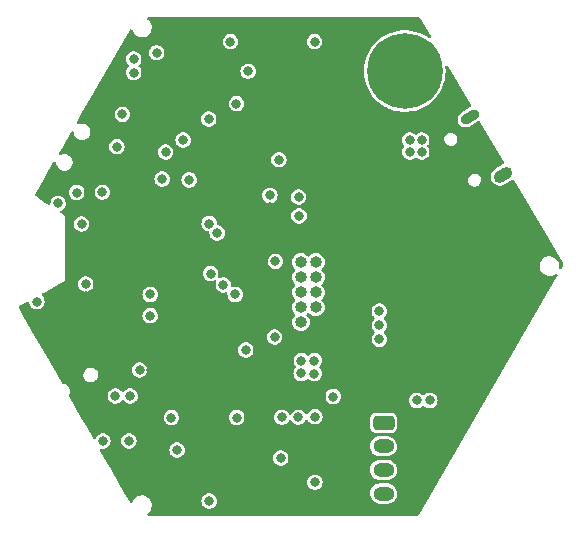
<source format=gbr>
%TF.GenerationSoftware,KiCad,Pcbnew,7.0.5*%
%TF.CreationDate,2023-08-08T00:55:00+02:00*%
%TF.ProjectId,STM32F4_HexGauge_V3,53544d33-3246-4345-9f48-657847617567,rev?*%
%TF.SameCoordinates,Original*%
%TF.FileFunction,Copper,L3,Inr*%
%TF.FilePolarity,Positive*%
%FSLAX46Y46*%
G04 Gerber Fmt 4.6, Leading zero omitted, Abs format (unit mm)*
G04 Created by KiCad (PCBNEW 7.0.5) date 2023-08-08 00:55:00*
%MOMM*%
%LPD*%
G01*
G04 APERTURE LIST*
G04 Aperture macros list*
%AMRoundRect*
0 Rectangle with rounded corners*
0 $1 Rounding radius*
0 $2 $3 $4 $5 $6 $7 $8 $9 X,Y pos of 4 corners*
0 Add a 4 corners polygon primitive as box body*
4,1,4,$2,$3,$4,$5,$6,$7,$8,$9,$2,$3,0*
0 Add four circle primitives for the rounded corners*
1,1,$1+$1,$2,$3*
1,1,$1+$1,$4,$5*
1,1,$1+$1,$6,$7*
1,1,$1+$1,$8,$9*
0 Add four rect primitives between the rounded corners*
20,1,$1+$1,$2,$3,$4,$5,0*
20,1,$1+$1,$4,$5,$6,$7,0*
20,1,$1+$1,$6,$7,$8,$9,0*
20,1,$1+$1,$8,$9,$2,$3,0*%
%AMHorizOval*
0 Thick line with rounded ends*
0 $1 width*
0 $2 $3 position (X,Y) of the first rounded end (center of the circle)*
0 $4 $5 position (X,Y) of the second rounded end (center of the circle)*
0 Add line between two ends*
20,1,$1,$2,$3,$4,$5,0*
0 Add two circle primitives to create the rounded ends*
1,1,$1,$2,$3*
1,1,$1,$4,$5*%
G04 Aperture macros list end*
%TA.AperFunction,ComponentPad*%
%ADD10HorizOval,1.000000X0.303109X0.175000X-0.303109X-0.175000X0*%
%TD*%
%TA.AperFunction,ComponentPad*%
%ADD11HorizOval,0.850000X0.368061X0.212500X-0.368061X-0.212500X0*%
%TD*%
%TA.AperFunction,ComponentPad*%
%ADD12C,0.800000*%
%TD*%
%TA.AperFunction,ComponentPad*%
%ADD13C,6.400000*%
%TD*%
%TA.AperFunction,ComponentPad*%
%ADD14RoundRect,0.250000X-0.650000X0.350000X-0.650000X-0.350000X0.650000X-0.350000X0.650000X0.350000X0*%
%TD*%
%TA.AperFunction,ComponentPad*%
%ADD15O,1.800000X1.200000*%
%TD*%
%TA.AperFunction,ComponentPad*%
%ADD16R,1.000000X1.000000*%
%TD*%
%TA.AperFunction,ComponentPad*%
%ADD17O,1.000000X1.000000*%
%TD*%
%TA.AperFunction,ViaPad*%
%ADD18C,0.800000*%
%TD*%
G04 APERTURE END LIST*
D10*
%TO.N,unconnected-(J1-Shield-Pad6)*%
%TO.C,J1*%
X141020500Y-76083292D03*
D11*
X138195500Y-71190248D03*
%TD*%
D12*
%TO.N,N/C*%
%TO.C,H2*%
X130270000Y-67320000D03*
X130972944Y-65622944D03*
X130972944Y-69017056D03*
X132670000Y-64920000D03*
D13*
X132670000Y-67320000D03*
D12*
X132670000Y-69720000D03*
X134367056Y-65622944D03*
X134367056Y-69017056D03*
X135070000Y-67320000D03*
%TD*%
D14*
%TO.N,+12V*%
%TO.C,J4*%
X130881000Y-97076000D03*
D15*
%TO.N,CAN_CONN+*%
X130881000Y-99076000D03*
%TO.N,CAN_CONN-*%
X130881000Y-101076000D03*
%TO.N,GND*%
X130881000Y-103076000D03*
%TD*%
D16*
%TO.N,+3V3*%
%TO.C,J5*%
X125145000Y-88570000D03*
D17*
%TO.N,SWDIO*%
X123875000Y-88570000D03*
%TO.N,GND*%
X125145000Y-87300000D03*
%TO.N,SWCLK*%
X123875000Y-87300000D03*
%TO.N,GND*%
X125145000Y-86030000D03*
%TO.N,SWO*%
X123875000Y-86030000D03*
%TO.N,unconnected-(J5-Pin_7-Pad7)*%
X125145000Y-84760000D03*
%TO.N,unconnected-(J5-Pin_8-Pad8)*%
X123875000Y-84760000D03*
%TO.N,GND*%
X125145000Y-83490000D03*
%TO.N,NRST*%
X123875000Y-83490000D03*
%TD*%
D18*
%TO.N,+3V3*%
X128620002Y-87620000D03*
X125911247Y-98153435D03*
X129520000Y-81534000D03*
X112120000Y-103720000D03*
X114430000Y-74168004D03*
X128620002Y-88820000D03*
X128619998Y-86420000D03*
X109347000Y-76454000D03*
X128620000Y-90020000D03*
X120270000Y-90920000D03*
X106320000Y-88320000D03*
X128620000Y-82920000D03*
X130663000Y-81534000D03*
X107120000Y-73620000D03*
X131806000Y-81534000D03*
X105320000Y-78720000D03*
X110363009Y-75183995D03*
X108762801Y-68249801D03*
X115270000Y-91370000D03*
X114554000Y-66675000D03*
X109620000Y-101720000D03*
X128620000Y-85220000D03*
X121264168Y-78841600D03*
X122840000Y-64820000D03*
X105664000Y-86360000D03*
X120120000Y-88920000D03*
X128620000Y-84020000D03*
X111220000Y-92619996D03*
%TO.N,GND*%
X133700000Y-95200000D03*
X107120000Y-98620000D03*
X123685016Y-77965000D03*
X116078000Y-71374000D03*
X123920000Y-91820000D03*
X111670000Y-65760600D03*
X118450010Y-96650000D03*
X133100000Y-74150000D03*
X133096000Y-73152000D03*
X122020000Y-74820000D03*
X130520000Y-90020000D03*
X125072977Y-102120012D03*
X134112000Y-74168000D03*
X104902000Y-77597000D03*
X134800000Y-95200000D03*
X122174000Y-100076000D03*
X109319992Y-98620000D03*
X101520000Y-86820000D03*
X105308400Y-80264000D03*
X125020000Y-91820000D03*
X125044994Y-64820000D03*
X116120000Y-103720000D03*
X117920000Y-64820000D03*
X109728014Y-66294000D03*
X126620000Y-94870000D03*
X113400000Y-99400000D03*
X108305604Y-73710800D03*
X107070000Y-77570000D03*
X108762800Y-70967600D03*
X103320000Y-78520000D03*
X105664000Y-85343994D03*
X134112000Y-73152000D03*
X108170000Y-94820000D03*
X112141000Y-76454000D03*
X121259600Y-77825600D03*
X110220000Y-92620000D03*
X119220000Y-90920000D03*
X130520000Y-88820000D03*
X121652927Y-89820558D03*
X130520000Y-87620000D03*
%TO.N,TFT_DC*%
X122270000Y-96620000D03*
%TO.N,TFT_CS*%
X123905939Y-92906453D03*
%TO.N,TFT_SCK*%
X123670006Y-96620000D03*
%TO.N,TFT_MOSI*%
X125020000Y-92920000D03*
%TO.N,TFT_RST*%
X125070002Y-96570000D03*
%TO.N,SWDIO*%
X123719992Y-79570000D03*
X121720000Y-83420000D03*
%TO.N,NRST*%
X116232678Y-84449107D03*
%TO.N,SWCLK*%
X118319998Y-86220000D03*
%TO.N,SWO*%
X117320000Y-85420000D03*
%TO.N,IMU_SDA*%
X113918998Y-73152000D03*
X112430000Y-74168016D03*
%TO.N,IMU_INT*%
X114420000Y-76520000D03*
X109728000Y-67436998D03*
%TO.N,CAN_RX*%
X111120000Y-88020000D03*
X109420000Y-94820000D03*
%TO.N,SD_DAT2*%
X119420000Y-67320000D03*
X116795500Y-81020000D03*
%TO.N,SD_DAT3*%
X118420000Y-70070014D03*
X116120000Y-80220000D03*
%TO.N,CAN_SC*%
X112920000Y-96647000D03*
X111120000Y-86220000D03*
%TD*%
%TA.AperFunction,Conductor*%
%TO.N,+3V3*%
G36*
X133920192Y-62763534D02*
G01*
X133960373Y-62805560D01*
X134856719Y-64348452D01*
X134873374Y-64416307D01*
X134850700Y-64482395D01*
X134795895Y-64525734D01*
X134726360Y-64532563D01*
X134674457Y-64509456D01*
X134609222Y-64459865D01*
X134609205Y-64459853D01*
X134288621Y-64266966D01*
X134288608Y-64266959D01*
X133949048Y-64109862D01*
X133949043Y-64109860D01*
X133949038Y-64109858D01*
X133776203Y-64051623D01*
X133594461Y-63990386D01*
X133229047Y-63909953D01*
X132857082Y-63869500D01*
X132857081Y-63869500D01*
X132482919Y-63869500D01*
X132482917Y-63869500D01*
X132110952Y-63909953D01*
X131745538Y-63990386D01*
X131471440Y-64082741D01*
X131390962Y-64109858D01*
X131390959Y-64109859D01*
X131390951Y-64109862D01*
X131051391Y-64266959D01*
X131051378Y-64266966D01*
X130730794Y-64459853D01*
X130730789Y-64459857D01*
X130432913Y-64686296D01*
X130432912Y-64686297D01*
X130161272Y-64943608D01*
X129919052Y-65228770D01*
X129919045Y-65228780D01*
X129709073Y-65538465D01*
X129533815Y-65869036D01*
X129533806Y-65869054D01*
X129395318Y-66216635D01*
X129395317Y-66216637D01*
X129295223Y-66577146D01*
X129295222Y-66577149D01*
X129234688Y-66946389D01*
X129214432Y-67319997D01*
X129214432Y-67320002D01*
X129234688Y-67693610D01*
X129295222Y-68062850D01*
X129295223Y-68062853D01*
X129395317Y-68423362D01*
X129395318Y-68423364D01*
X129533806Y-68770945D01*
X129533815Y-68770963D01*
X129709073Y-69101534D01*
X129919045Y-69411219D01*
X129919052Y-69411229D01*
X130109537Y-69635484D01*
X130161273Y-69696392D01*
X130432913Y-69953703D01*
X130730780Y-70180136D01*
X130730785Y-70180139D01*
X130730789Y-70180142D01*
X130730794Y-70180146D01*
X131021247Y-70354904D01*
X131051383Y-70373036D01*
X131051387Y-70373037D01*
X131051391Y-70373040D01*
X131335633Y-70504544D01*
X131390962Y-70530142D01*
X131745538Y-70649613D01*
X132110951Y-70730046D01*
X132482919Y-70770500D01*
X132482925Y-70770500D01*
X132857075Y-70770500D01*
X132857081Y-70770500D01*
X133229049Y-70730046D01*
X133594462Y-70649613D01*
X133949038Y-70530142D01*
X134288617Y-70373036D01*
X134424053Y-70291547D01*
X134609205Y-70180146D01*
X134609210Y-70180142D01*
X134609209Y-70180142D01*
X134609220Y-70180136D01*
X134907087Y-69953703D01*
X135178727Y-69696392D01*
X135420954Y-69411221D01*
X135630928Y-69101531D01*
X135806189Y-68770955D01*
X135944680Y-68423368D01*
X136044779Y-68062845D01*
X136105311Y-67693613D01*
X136125568Y-67320000D01*
X136106385Y-66966204D01*
X136122411Y-66898200D01*
X136172660Y-66849653D01*
X136241179Y-66835980D01*
X136306213Y-66861521D01*
X136337423Y-66897204D01*
X138269954Y-70223692D01*
X138286609Y-70291547D01*
X138263935Y-70357635D01*
X138224734Y-70393368D01*
X137454311Y-70838172D01*
X137454304Y-70838176D01*
X137454306Y-70838176D01*
X137356067Y-70911998D01*
X137356065Y-70911999D01*
X137356065Y-70912000D01*
X137257678Y-71032503D01*
X137252320Y-71039065D01*
X137211820Y-71124418D01*
X137181996Y-71187270D01*
X137181995Y-71187272D01*
X137149185Y-71347991D01*
X137149185Y-71347996D01*
X137155789Y-71511896D01*
X137155790Y-71511901D01*
X137201428Y-71669468D01*
X137283447Y-71811527D01*
X137283453Y-71811536D01*
X137397078Y-71929831D01*
X137397087Y-71929838D01*
X137535727Y-72017509D01*
X137535731Y-72017511D01*
X137691324Y-72069456D01*
X137691326Y-72069456D01*
X137691329Y-72069457D01*
X137854838Y-72082657D01*
X138016755Y-72056343D01*
X138129806Y-72008177D01*
X138903974Y-71561210D01*
X138971869Y-71544739D01*
X139037896Y-71567591D01*
X139073189Y-71606310D01*
X141070478Y-75044266D01*
X141087133Y-75112121D01*
X141064459Y-75178209D01*
X141025258Y-75213942D01*
X140304286Y-75630194D01*
X140198860Y-75708682D01*
X140086089Y-75843077D01*
X140086088Y-75843079D01*
X140007352Y-75999854D01*
X140007351Y-75999857D01*
X140007351Y-75999858D01*
X139968320Y-76164545D01*
X139966891Y-76170573D01*
X139966891Y-76346011D01*
X140007350Y-76516728D01*
X140086087Y-76673502D01*
X140086090Y-76673508D01*
X140198860Y-76807901D01*
X140339580Y-76912664D01*
X140339581Y-76912664D01*
X140339586Y-76912668D01*
X140500680Y-76982157D01*
X140673456Y-77012623D01*
X140848601Y-77002421D01*
X141016672Y-76952105D01*
X141736712Y-76536390D01*
X141765295Y-76515109D01*
X141830821Y-76490865D01*
X141899055Y-76505896D01*
X141946564Y-76552283D01*
X144855394Y-81559284D01*
X146039548Y-83597583D01*
X146088359Y-83681601D01*
X146105014Y-83749456D01*
X146088394Y-83806117D01*
X146070819Y-83836410D01*
X145969257Y-84011459D01*
X145918587Y-84059566D01*
X145849952Y-84072643D01*
X145785143Y-84046537D01*
X145744736Y-83989537D01*
X145739636Y-83929169D01*
X145750155Y-83865010D01*
X145740422Y-83685499D01*
X145740422Y-83685498D01*
X145740421Y-83685493D01*
X145692329Y-83512281D01*
X145692325Y-83512273D01*
X145608118Y-83353442D01*
X145491735Y-83216426D01*
X145348618Y-83107631D01*
X145348616Y-83107630D01*
X145348615Y-83107629D01*
X145185457Y-83032145D01*
X145009887Y-82993500D01*
X144875184Y-82993500D01*
X144875182Y-82993500D01*
X144741278Y-83008063D01*
X144669806Y-83032145D01*
X144570915Y-83065465D01*
X144570913Y-83065465D01*
X144570913Y-83065466D01*
X144416876Y-83158147D01*
X144286356Y-83281781D01*
X144185471Y-83430575D01*
X144185470Y-83430576D01*
X144118929Y-83597583D01*
X144118928Y-83597587D01*
X144089845Y-83774986D01*
X144089844Y-83774989D01*
X144099577Y-83954501D01*
X144099578Y-83954506D01*
X144147670Y-84127718D01*
X144147674Y-84127726D01*
X144231881Y-84286557D01*
X144348264Y-84423573D01*
X144348265Y-84423574D01*
X144491382Y-84532369D01*
X144654541Y-84607854D01*
X144830113Y-84646500D01*
X144830116Y-84646500D01*
X144964810Y-84646500D01*
X144964816Y-84646500D01*
X145098721Y-84631937D01*
X145269085Y-84574535D01*
X145423126Y-84481851D01*
X145423125Y-84481851D01*
X145428887Y-84478385D01*
X145430333Y-84480788D01*
X145483901Y-84460303D01*
X145552294Y-84474591D01*
X145602106Y-84523587D01*
X145617521Y-84591735D01*
X145601023Y-84646138D01*
X133860361Y-104882077D01*
X133809692Y-104930185D01*
X133753106Y-104943849D01*
X111010539Y-104943849D01*
X110943500Y-104924164D01*
X110897745Y-104871360D01*
X110887801Y-104802202D01*
X110916826Y-104738646D01*
X110925256Y-104729833D01*
X111053642Y-104608220D01*
X111154529Y-104459423D01*
X111221070Y-104292416D01*
X111250155Y-104115010D01*
X111240422Y-103935499D01*
X111240422Y-103935498D01*
X111240421Y-103935493D01*
X111192329Y-103762281D01*
X111192325Y-103762273D01*
X111169913Y-103720000D01*
X115464721Y-103720000D01*
X115483762Y-103876818D01*
X115539779Y-104024522D01*
X115539780Y-104024523D01*
X115629517Y-104154530D01*
X115747760Y-104259283D01*
X115747762Y-104259284D01*
X115887634Y-104332696D01*
X116041014Y-104370500D01*
X116041015Y-104370500D01*
X116198985Y-104370500D01*
X116352365Y-104332696D01*
X116429111Y-104292416D01*
X116492240Y-104259283D01*
X116610483Y-104154530D01*
X116700220Y-104024523D01*
X116756237Y-103876818D01*
X116775278Y-103720000D01*
X116772498Y-103697100D01*
X116756237Y-103563181D01*
X116719542Y-103466426D01*
X116700220Y-103415477D01*
X116610483Y-103285470D01*
X116492240Y-103180717D01*
X116492238Y-103180716D01*
X116492237Y-103180715D01*
X116352365Y-103107303D01*
X116198986Y-103069500D01*
X116198985Y-103069500D01*
X116041015Y-103069500D01*
X116041014Y-103069500D01*
X115887634Y-103107303D01*
X115747762Y-103180715D01*
X115629516Y-103285471D01*
X115539781Y-103415475D01*
X115539780Y-103415476D01*
X115483762Y-103563181D01*
X115464721Y-103719999D01*
X115464721Y-103720000D01*
X111169913Y-103720000D01*
X111108118Y-103603442D01*
X110991735Y-103466426D01*
X110924713Y-103415477D01*
X110848618Y-103357631D01*
X110848616Y-103357630D01*
X110848615Y-103357629D01*
X110685457Y-103282145D01*
X110509887Y-103243500D01*
X110375184Y-103243500D01*
X110375182Y-103243500D01*
X110241278Y-103258063D01*
X110154706Y-103287232D01*
X110070915Y-103315465D01*
X110070913Y-103315465D01*
X110070913Y-103315466D01*
X109916876Y-103408147D01*
X109786356Y-103531781D01*
X109685471Y-103680575D01*
X109685470Y-103680577D01*
X109623725Y-103835546D01*
X109580624Y-103890538D01*
X109514635Y-103913499D01*
X109446708Y-103897138D01*
X109400839Y-103851116D01*
X109391952Y-103835546D01*
X108932003Y-103029685D01*
X129726740Y-103029685D01*
X129736755Y-103214406D01*
X129736755Y-103214411D01*
X129786244Y-103392656D01*
X129786247Y-103392662D01*
X129872898Y-103556102D01*
X129978628Y-103680577D01*
X129992663Y-103697100D01*
X130139936Y-103809054D01*
X130307833Y-103886732D01*
X130307834Y-103886732D01*
X130307836Y-103886733D01*
X130355108Y-103897138D01*
X130488503Y-103926500D01*
X130488506Y-103926500D01*
X131227107Y-103926500D01*
X131227113Y-103926500D01*
X131364910Y-103911514D01*
X131540221Y-103852444D01*
X131698736Y-103757070D01*
X131833041Y-103629849D01*
X131936858Y-103476730D01*
X131940964Y-103466426D01*
X131984311Y-103357631D01*
X132005331Y-103304875D01*
X132035260Y-103122317D01*
X132025245Y-102937593D01*
X131975754Y-102759341D01*
X131922713Y-102659296D01*
X131889101Y-102595897D01*
X131769337Y-102454900D01*
X131729394Y-102424536D01*
X131622064Y-102342946D01*
X131454167Y-102265268D01*
X131454163Y-102265266D01*
X131273497Y-102225500D01*
X130534887Y-102225500D01*
X130534883Y-102225500D01*
X130397088Y-102240486D01*
X130221776Y-102299557D01*
X130221774Y-102299558D01*
X130063262Y-102394931D01*
X130063261Y-102394932D01*
X129928959Y-102522149D01*
X129825138Y-102675276D01*
X129756669Y-102847122D01*
X129726740Y-103029685D01*
X108932003Y-103029685D01*
X108412803Y-102120012D01*
X124417699Y-102120012D01*
X124436739Y-102276830D01*
X124461814Y-102342946D01*
X124492757Y-102424535D01*
X124582494Y-102554542D01*
X124700737Y-102659295D01*
X124700739Y-102659296D01*
X124840611Y-102732708D01*
X124993991Y-102770512D01*
X124993992Y-102770512D01*
X125151962Y-102770512D01*
X125305342Y-102732708D01*
X125305341Y-102732707D01*
X125445217Y-102659295D01*
X125563460Y-102554542D01*
X125653197Y-102424535D01*
X125709214Y-102276830D01*
X125728255Y-102120012D01*
X125709214Y-101963194D01*
X125695297Y-101926499D01*
X125667211Y-101852441D01*
X125653197Y-101815489D01*
X125563460Y-101685482D01*
X125445217Y-101580729D01*
X125445215Y-101580728D01*
X125445214Y-101580727D01*
X125305342Y-101507315D01*
X125151963Y-101469512D01*
X125151962Y-101469512D01*
X124993992Y-101469512D01*
X124993991Y-101469512D01*
X124840611Y-101507315D01*
X124700739Y-101580727D01*
X124582493Y-101685483D01*
X124492758Y-101815487D01*
X124492757Y-101815488D01*
X124436739Y-101963193D01*
X124417699Y-102120011D01*
X124417699Y-102120012D01*
X108412803Y-102120012D01*
X107790494Y-101029685D01*
X129726740Y-101029685D01*
X129736755Y-101214406D01*
X129736755Y-101214411D01*
X129786244Y-101392656D01*
X129786247Y-101392662D01*
X129872898Y-101556102D01*
X129982795Y-101685483D01*
X129992663Y-101697100D01*
X130139936Y-101809054D01*
X130307833Y-101886732D01*
X130307834Y-101886732D01*
X130307836Y-101886733D01*
X130362648Y-101898797D01*
X130488503Y-101926500D01*
X130488506Y-101926500D01*
X131227107Y-101926500D01*
X131227113Y-101926500D01*
X131364910Y-101911514D01*
X131540221Y-101852444D01*
X131698736Y-101757070D01*
X131833041Y-101629849D01*
X131936858Y-101476730D01*
X132005331Y-101304875D01*
X132035260Y-101122317D01*
X132025245Y-100937593D01*
X131975754Y-100759341D01*
X131899379Y-100615284D01*
X131889101Y-100595897D01*
X131769337Y-100454900D01*
X131690449Y-100394931D01*
X131622064Y-100342946D01*
X131454167Y-100265268D01*
X131454163Y-100265266D01*
X131273497Y-100225500D01*
X130534887Y-100225500D01*
X130534883Y-100225500D01*
X130397088Y-100240486D01*
X130221776Y-100299557D01*
X130221774Y-100299558D01*
X130063262Y-100394931D01*
X130063261Y-100394932D01*
X129928959Y-100522149D01*
X129825138Y-100675276D01*
X129756669Y-100847122D01*
X129726740Y-101029685D01*
X107790494Y-101029685D01*
X107246174Y-100076000D01*
X121518721Y-100076000D01*
X121537762Y-100232818D01*
X121563074Y-100299558D01*
X121593780Y-100380523D01*
X121683517Y-100510530D01*
X121801760Y-100615283D01*
X121801762Y-100615284D01*
X121941634Y-100688696D01*
X122095014Y-100726500D01*
X122095015Y-100726500D01*
X122252985Y-100726500D01*
X122406365Y-100688696D01*
X122431946Y-100675270D01*
X122546240Y-100615283D01*
X122664483Y-100510530D01*
X122754220Y-100380523D01*
X122810237Y-100232818D01*
X122829278Y-100076000D01*
X122811126Y-99926499D01*
X122810237Y-99919181D01*
X122784926Y-99852442D01*
X122754220Y-99771477D01*
X122664483Y-99641470D01*
X122546240Y-99536717D01*
X122546238Y-99536716D01*
X122546237Y-99536715D01*
X122406365Y-99463303D01*
X122252986Y-99425500D01*
X122252985Y-99425500D01*
X122095015Y-99425500D01*
X122095014Y-99425500D01*
X121941634Y-99463303D01*
X121801762Y-99536715D01*
X121683516Y-99641471D01*
X121593781Y-99771475D01*
X121593780Y-99771476D01*
X121537762Y-99919181D01*
X121518721Y-100075999D01*
X121518721Y-100076000D01*
X107246174Y-100076000D01*
X106888033Y-99448514D01*
X106876518Y-99400000D01*
X112744722Y-99400000D01*
X112763762Y-99556818D01*
X112816964Y-99697099D01*
X112819780Y-99704523D01*
X112909517Y-99834530D01*
X113027760Y-99939283D01*
X113027762Y-99939284D01*
X113167634Y-100012696D01*
X113321014Y-100050500D01*
X113321015Y-100050500D01*
X113478985Y-100050500D01*
X113632365Y-100012696D01*
X113632364Y-100012695D01*
X113772240Y-99939283D01*
X113890483Y-99834530D01*
X113980220Y-99704523D01*
X114036237Y-99556818D01*
X114055278Y-99400000D01*
X114036237Y-99243182D01*
X114032260Y-99232696D01*
X113990399Y-99122317D01*
X113980220Y-99095477D01*
X113934807Y-99029685D01*
X129726740Y-99029685D01*
X129736755Y-99214406D01*
X129736755Y-99214411D01*
X129786244Y-99392656D01*
X129786247Y-99392662D01*
X129872898Y-99556102D01*
X129935540Y-99629850D01*
X129992663Y-99697100D01*
X130139936Y-99809054D01*
X130307833Y-99886732D01*
X130307834Y-99886732D01*
X130307836Y-99886733D01*
X130362648Y-99898797D01*
X130488503Y-99926500D01*
X130488506Y-99926500D01*
X131227107Y-99926500D01*
X131227113Y-99926500D01*
X131364910Y-99911514D01*
X131540221Y-99852444D01*
X131698736Y-99757070D01*
X131833041Y-99629849D01*
X131936858Y-99476730D01*
X131942208Y-99463304D01*
X132005330Y-99304877D01*
X132005329Y-99304877D01*
X132005331Y-99304875D01*
X132035260Y-99122317D01*
X132025245Y-98937593D01*
X132025244Y-98937588D01*
X131975755Y-98759343D01*
X131975752Y-98759337D01*
X131889101Y-98595897D01*
X131769337Y-98454900D01*
X131690449Y-98394931D01*
X131622064Y-98342946D01*
X131454167Y-98265268D01*
X131454163Y-98265266D01*
X131273497Y-98225500D01*
X130534887Y-98225500D01*
X130534883Y-98225500D01*
X130397088Y-98240486D01*
X130221776Y-98299557D01*
X130221774Y-98299558D01*
X130063262Y-98394931D01*
X130063261Y-98394932D01*
X129928959Y-98522149D01*
X129825138Y-98675276D01*
X129756669Y-98847122D01*
X129726740Y-99029685D01*
X113934807Y-99029685D01*
X113890483Y-98965470D01*
X113772240Y-98860717D01*
X113772238Y-98860716D01*
X113772237Y-98860715D01*
X113632365Y-98787303D01*
X113478986Y-98749500D01*
X113478985Y-98749500D01*
X113321015Y-98749500D01*
X113321014Y-98749500D01*
X113167634Y-98787303D01*
X113027762Y-98860715D01*
X112909516Y-98965471D01*
X112819781Y-99095475D01*
X112819780Y-99095476D01*
X112763762Y-99243181D01*
X112744722Y-99399999D01*
X112744722Y-99400000D01*
X106876518Y-99400000D01*
X106871898Y-99380533D01*
X106895078Y-99314621D01*
X106950213Y-99271703D01*
X107019798Y-99265407D01*
X107025382Y-99266646D01*
X107041015Y-99270500D01*
X107198985Y-99270500D01*
X107352365Y-99232696D01*
X107352364Y-99232696D01*
X107492240Y-99159283D01*
X107610483Y-99054530D01*
X107700220Y-98924523D01*
X107756237Y-98776818D01*
X107775278Y-98620000D01*
X108664714Y-98620000D01*
X108683754Y-98776818D01*
X108739772Y-98924523D01*
X108829509Y-99054530D01*
X108947752Y-99159283D01*
X108947754Y-99159284D01*
X109087626Y-99232696D01*
X109241006Y-99270500D01*
X109241007Y-99270500D01*
X109398977Y-99270500D01*
X109552357Y-99232696D01*
X109552356Y-99232695D01*
X109692232Y-99159283D01*
X109810475Y-99054530D01*
X109900212Y-98924523D01*
X109956229Y-98776818D01*
X109975270Y-98620000D01*
X109972344Y-98595897D01*
X109956229Y-98463181D01*
X109926086Y-98383701D01*
X109900212Y-98315477D01*
X109810475Y-98185470D01*
X109692232Y-98080717D01*
X109692230Y-98080716D01*
X109692229Y-98080715D01*
X109552357Y-98007303D01*
X109398978Y-97969500D01*
X109398977Y-97969500D01*
X109241007Y-97969500D01*
X109241006Y-97969500D01*
X109087626Y-98007303D01*
X108947754Y-98080715D01*
X108829508Y-98185471D01*
X108739773Y-98315475D01*
X108739772Y-98315476D01*
X108683754Y-98463181D01*
X108664714Y-98619999D01*
X108664714Y-98620000D01*
X107775278Y-98620000D01*
X107772352Y-98595897D01*
X107756237Y-98463181D01*
X107726094Y-98383701D01*
X107700220Y-98315477D01*
X107610483Y-98185470D01*
X107492240Y-98080717D01*
X107492238Y-98080716D01*
X107492237Y-98080715D01*
X107352365Y-98007303D01*
X107198986Y-97969500D01*
X107198985Y-97969500D01*
X107041015Y-97969500D01*
X107041014Y-97969500D01*
X106887634Y-98007303D01*
X106747762Y-98080715D01*
X106629516Y-98185471D01*
X106539781Y-98315475D01*
X106539779Y-98315478D01*
X106513905Y-98383701D01*
X106471727Y-98439403D01*
X106406129Y-98463459D01*
X106337939Y-98448231D01*
X106290271Y-98401195D01*
X105760996Y-97473870D01*
X129730500Y-97473870D01*
X129730501Y-97473876D01*
X129736908Y-97533483D01*
X129787202Y-97668328D01*
X129787206Y-97668335D01*
X129873452Y-97783544D01*
X129873455Y-97783547D01*
X129988664Y-97869793D01*
X129988671Y-97869797D01*
X130123517Y-97920091D01*
X130123516Y-97920091D01*
X130130444Y-97920835D01*
X130183127Y-97926500D01*
X131578872Y-97926499D01*
X131638483Y-97920091D01*
X131773331Y-97869796D01*
X131888546Y-97783546D01*
X131974796Y-97668331D01*
X132025091Y-97533483D01*
X132031500Y-97473873D01*
X132031499Y-96678128D01*
X132026299Y-96629757D01*
X132025091Y-96618516D01*
X131974797Y-96483671D01*
X131974793Y-96483664D01*
X131888547Y-96368455D01*
X131888544Y-96368452D01*
X131773335Y-96282206D01*
X131773328Y-96282202D01*
X131638482Y-96231908D01*
X131638483Y-96231908D01*
X131578883Y-96225501D01*
X131578881Y-96225500D01*
X131578873Y-96225500D01*
X131578864Y-96225500D01*
X130183129Y-96225500D01*
X130183123Y-96225501D01*
X130123516Y-96231908D01*
X129988671Y-96282202D01*
X129988664Y-96282206D01*
X129873455Y-96368452D01*
X129873452Y-96368455D01*
X129787206Y-96483664D01*
X129787202Y-96483671D01*
X129736908Y-96618517D01*
X129733524Y-96649999D01*
X129730501Y-96678123D01*
X129730500Y-96678135D01*
X129730500Y-97473870D01*
X105760996Y-97473870D01*
X105289056Y-96647000D01*
X112264722Y-96647000D01*
X112283762Y-96803818D01*
X112329541Y-96924525D01*
X112339780Y-96951523D01*
X112429517Y-97081530D01*
X112547760Y-97186283D01*
X112547762Y-97186284D01*
X112687634Y-97259696D01*
X112841014Y-97297500D01*
X112841015Y-97297500D01*
X112998985Y-97297500D01*
X113152365Y-97259696D01*
X113292240Y-97186283D01*
X113410483Y-97081530D01*
X113500220Y-96951523D01*
X113556237Y-96803818D01*
X113574914Y-96650000D01*
X117794732Y-96650000D01*
X117813772Y-96806818D01*
X117858413Y-96924524D01*
X117869790Y-96954523D01*
X117959527Y-97084530D01*
X118077770Y-97189283D01*
X118077772Y-97189284D01*
X118217644Y-97262696D01*
X118371024Y-97300500D01*
X118371025Y-97300500D01*
X118528995Y-97300500D01*
X118682375Y-97262696D01*
X118739534Y-97232696D01*
X118822250Y-97189283D01*
X118940493Y-97084530D01*
X119030230Y-96954523D01*
X119086247Y-96806818D01*
X119105288Y-96650000D01*
X119101645Y-96620000D01*
X121614721Y-96620000D01*
X121633762Y-96776818D01*
X121680304Y-96899536D01*
X121689780Y-96924523D01*
X121779517Y-97054530D01*
X121897760Y-97159283D01*
X121897762Y-97159284D01*
X122037634Y-97232696D01*
X122191014Y-97270500D01*
X122191015Y-97270500D01*
X122348985Y-97270500D01*
X122502365Y-97232696D01*
X122525602Y-97220500D01*
X122642240Y-97159283D01*
X122760483Y-97054530D01*
X122850220Y-96924523D01*
X122854061Y-96914394D01*
X122896238Y-96858692D01*
X122961836Y-96834634D01*
X123030026Y-96849861D01*
X123079160Y-96899536D01*
X123085944Y-96914394D01*
X123089786Y-96924523D01*
X123179523Y-97054530D01*
X123297766Y-97159283D01*
X123297768Y-97159284D01*
X123437640Y-97232696D01*
X123591020Y-97270500D01*
X123591021Y-97270500D01*
X123748991Y-97270500D01*
X123902371Y-97232696D01*
X123925608Y-97220500D01*
X124042246Y-97159283D01*
X124160489Y-97054530D01*
X124250226Y-96924523D01*
X124264024Y-96888138D01*
X124306199Y-96832439D01*
X124371796Y-96808380D01*
X124439987Y-96823606D01*
X124484761Y-96868873D01*
X124485521Y-96868350D01*
X124488471Y-96872623D01*
X124489121Y-96873281D01*
X124489758Y-96874478D01*
X124489780Y-96874521D01*
X124524293Y-96924521D01*
X124579519Y-97004530D01*
X124697762Y-97109283D01*
X124697764Y-97109284D01*
X124837636Y-97182696D01*
X124991016Y-97220500D01*
X124991017Y-97220500D01*
X125148987Y-97220500D01*
X125302367Y-97182696D01*
X125346976Y-97159283D01*
X125442242Y-97109283D01*
X125560485Y-97004530D01*
X125650222Y-96874523D01*
X125706239Y-96726818D01*
X125725280Y-96570000D01*
X125715589Y-96490182D01*
X125706239Y-96413181D01*
X125680562Y-96345477D01*
X125650222Y-96265477D01*
X125560485Y-96135470D01*
X125442242Y-96030717D01*
X125442240Y-96030716D01*
X125442239Y-96030715D01*
X125302367Y-95957303D01*
X125148988Y-95919500D01*
X125148987Y-95919500D01*
X124991017Y-95919500D01*
X124991016Y-95919500D01*
X124837636Y-95957303D01*
X124697764Y-96030715D01*
X124579518Y-96135471D01*
X124489783Y-96265474D01*
X124475984Y-96301860D01*
X124433805Y-96357562D01*
X124368208Y-96381619D01*
X124300017Y-96366392D01*
X124255247Y-96321125D01*
X124254487Y-96321650D01*
X124251532Y-96317369D01*
X124250885Y-96316715D01*
X124250246Y-96315515D01*
X124250225Y-96315476D01*
X124160489Y-96185470D01*
X124042246Y-96080717D01*
X124042244Y-96080716D01*
X124042243Y-96080715D01*
X123902371Y-96007303D01*
X123748992Y-95969500D01*
X123748991Y-95969500D01*
X123591021Y-95969500D01*
X123591020Y-95969500D01*
X123437640Y-96007303D01*
X123297768Y-96080715D01*
X123179522Y-96185471D01*
X123089787Y-96315475D01*
X123089785Y-96315478D01*
X123085944Y-96325607D01*
X123043766Y-96381309D01*
X122978168Y-96405365D01*
X122909978Y-96390137D01*
X122860845Y-96340461D01*
X122854062Y-96325607D01*
X122852362Y-96321125D01*
X122850220Y-96315477D01*
X122760483Y-96185470D01*
X122642240Y-96080717D01*
X122642238Y-96080716D01*
X122642237Y-96080715D01*
X122502365Y-96007303D01*
X122348986Y-95969500D01*
X122348985Y-95969500D01*
X122191015Y-95969500D01*
X122191014Y-95969500D01*
X122037634Y-96007303D01*
X121897762Y-96080715D01*
X121779516Y-96185471D01*
X121689781Y-96315475D01*
X121689780Y-96315476D01*
X121633762Y-96463181D01*
X121614721Y-96619999D01*
X121614721Y-96620000D01*
X119101645Y-96620000D01*
X119086247Y-96493182D01*
X119085109Y-96490182D01*
X119047167Y-96390137D01*
X119030230Y-96345477D01*
X118940493Y-96215470D01*
X118822250Y-96110717D01*
X118822248Y-96110716D01*
X118822247Y-96110715D01*
X118682375Y-96037303D01*
X118528996Y-95999500D01*
X118528995Y-95999500D01*
X118371025Y-95999500D01*
X118371024Y-95999500D01*
X118217644Y-96037303D01*
X118077772Y-96110715D01*
X117959526Y-96215471D01*
X117869791Y-96345475D01*
X117869790Y-96345476D01*
X117813772Y-96493181D01*
X117794732Y-96649999D01*
X117794732Y-96650000D01*
X113574914Y-96650000D01*
X113575278Y-96647000D01*
X113571820Y-96618516D01*
X113556237Y-96490181D01*
X113518295Y-96390137D01*
X113500220Y-96342477D01*
X113410483Y-96212470D01*
X113292240Y-96107717D01*
X113292238Y-96107716D01*
X113292237Y-96107715D01*
X113152365Y-96034303D01*
X112998986Y-95996500D01*
X112998985Y-95996500D01*
X112841015Y-95996500D01*
X112841014Y-95996500D01*
X112687634Y-96034303D01*
X112547762Y-96107715D01*
X112429516Y-96212471D01*
X112339781Y-96342475D01*
X112339780Y-96342476D01*
X112283762Y-96490181D01*
X112264722Y-96646999D01*
X112264722Y-96647000D01*
X105289056Y-96647000D01*
X104257975Y-94840478D01*
X104253115Y-94820000D01*
X107514722Y-94820000D01*
X107533762Y-94976818D01*
X107552725Y-95026818D01*
X107589780Y-95124523D01*
X107679517Y-95254530D01*
X107797760Y-95359283D01*
X107797762Y-95359284D01*
X107937634Y-95432696D01*
X108091014Y-95470500D01*
X108091015Y-95470500D01*
X108248985Y-95470500D01*
X108402365Y-95432696D01*
X108446974Y-95409283D01*
X108542240Y-95359283D01*
X108660483Y-95254530D01*
X108692950Y-95207492D01*
X108747233Y-95163503D01*
X108816681Y-95155843D01*
X108879246Y-95186946D01*
X108897049Y-95207492D01*
X108929517Y-95254530D01*
X109047760Y-95359283D01*
X109047762Y-95359284D01*
X109187634Y-95432696D01*
X109341014Y-95470500D01*
X109341015Y-95470500D01*
X109498985Y-95470500D01*
X109652365Y-95432696D01*
X109696974Y-95409283D01*
X109792240Y-95359283D01*
X109910483Y-95254530D01*
X110000220Y-95124523D01*
X110056237Y-94976818D01*
X110069207Y-94870000D01*
X125964721Y-94870000D01*
X125983762Y-95026818D01*
X126035601Y-95163503D01*
X126039780Y-95174523D01*
X126129517Y-95304530D01*
X126247760Y-95409283D01*
X126247762Y-95409284D01*
X126387634Y-95482696D01*
X126541014Y-95520500D01*
X126541015Y-95520500D01*
X126698985Y-95520500D01*
X126852365Y-95482696D01*
X126875602Y-95470500D01*
X126992240Y-95409283D01*
X127110483Y-95304530D01*
X127182635Y-95200000D01*
X133044721Y-95200000D01*
X133063762Y-95356818D01*
X133106877Y-95470500D01*
X133119780Y-95504523D01*
X133209517Y-95634530D01*
X133327760Y-95739283D01*
X133327762Y-95739284D01*
X133467634Y-95812696D01*
X133621014Y-95850500D01*
X133621015Y-95850500D01*
X133778985Y-95850500D01*
X133932365Y-95812696D01*
X134072237Y-95739285D01*
X134072238Y-95739283D01*
X134072240Y-95739283D01*
X134167775Y-95654646D01*
X134231006Y-95624927D01*
X134300270Y-95634111D01*
X134332222Y-95654645D01*
X134411125Y-95724546D01*
X134427762Y-95739285D01*
X134567634Y-95812696D01*
X134721014Y-95850500D01*
X134721015Y-95850500D01*
X134878985Y-95850500D01*
X135032365Y-95812696D01*
X135032364Y-95812695D01*
X135172240Y-95739283D01*
X135290483Y-95634530D01*
X135380220Y-95504523D01*
X135436237Y-95356818D01*
X135455278Y-95200000D01*
X135450847Y-95163503D01*
X135436237Y-95043181D01*
X135414992Y-94987164D01*
X135380220Y-94895477D01*
X135290483Y-94765470D01*
X135172240Y-94660717D01*
X135172238Y-94660716D01*
X135172237Y-94660715D01*
X135032365Y-94587303D01*
X134878986Y-94549500D01*
X134878985Y-94549500D01*
X134721015Y-94549500D01*
X134721014Y-94549500D01*
X134567634Y-94587303D01*
X134427761Y-94660715D01*
X134427759Y-94660716D01*
X134332226Y-94745351D01*
X134268993Y-94775072D01*
X134199730Y-94765888D01*
X134167774Y-94745351D01*
X134072240Y-94660716D01*
X134072238Y-94660715D01*
X133932365Y-94587303D01*
X133778986Y-94549500D01*
X133778985Y-94549500D01*
X133621015Y-94549500D01*
X133621014Y-94549500D01*
X133467634Y-94587303D01*
X133327762Y-94660715D01*
X133209516Y-94765471D01*
X133119781Y-94895475D01*
X133119780Y-94895476D01*
X133063762Y-95043181D01*
X133044721Y-95199999D01*
X133044721Y-95200000D01*
X127182635Y-95200000D01*
X127200220Y-95174523D01*
X127256237Y-95026818D01*
X127275278Y-94870000D01*
X127273056Y-94851695D01*
X127256237Y-94713181D01*
X127214953Y-94604325D01*
X127200220Y-94565477D01*
X127110483Y-94435470D01*
X126992240Y-94330717D01*
X126992238Y-94330716D01*
X126992237Y-94330715D01*
X126852365Y-94257303D01*
X126698986Y-94219500D01*
X126698985Y-94219500D01*
X126541015Y-94219500D01*
X126541014Y-94219500D01*
X126387634Y-94257303D01*
X126247762Y-94330715D01*
X126129516Y-94435471D01*
X126039781Y-94565475D01*
X126039780Y-94565476D01*
X125983762Y-94713181D01*
X125964721Y-94869999D01*
X125964721Y-94870000D01*
X110069207Y-94870000D01*
X110075278Y-94820000D01*
X110066454Y-94747323D01*
X110056237Y-94663181D01*
X110019182Y-94565476D01*
X110000220Y-94515477D01*
X109910483Y-94385470D01*
X109792240Y-94280717D01*
X109792238Y-94280716D01*
X109792237Y-94280715D01*
X109652365Y-94207303D01*
X109498986Y-94169500D01*
X109498985Y-94169500D01*
X109341015Y-94169500D01*
X109341014Y-94169500D01*
X109187634Y-94207303D01*
X109047762Y-94280715D01*
X108929517Y-94385469D01*
X108897050Y-94432507D01*
X108842766Y-94476497D01*
X108773318Y-94484156D01*
X108710753Y-94453052D01*
X108692950Y-94432507D01*
X108660483Y-94385470D01*
X108542240Y-94280717D01*
X108542238Y-94280716D01*
X108542237Y-94280715D01*
X108402365Y-94207303D01*
X108248986Y-94169500D01*
X108248985Y-94169500D01*
X108091015Y-94169500D01*
X108091014Y-94169500D01*
X107937634Y-94207303D01*
X107797762Y-94280715D01*
X107679516Y-94385471D01*
X107589781Y-94515475D01*
X107589780Y-94515476D01*
X107533762Y-94663181D01*
X107514722Y-94819999D01*
X107514722Y-94820000D01*
X104253115Y-94820000D01*
X104241840Y-94772498D01*
X104253471Y-94726216D01*
X104259605Y-94713182D01*
X104310829Y-94604326D01*
X104340442Y-94449088D01*
X104330519Y-94291362D01*
X104281682Y-94141059D01*
X104197001Y-94007623D01*
X104081797Y-93899438D01*
X104081794Y-93899436D01*
X104081792Y-93899434D01*
X103943310Y-93823304D01*
X103943302Y-93823301D01*
X103790236Y-93784000D01*
X103790234Y-93784000D01*
X103726987Y-93784000D01*
X103659948Y-93764315D01*
X103619295Y-93721468D01*
X103204611Y-92994915D01*
X105463558Y-92994915D01*
X105473481Y-93152637D01*
X105473481Y-93152640D01*
X105505553Y-93251345D01*
X105522318Y-93302941D01*
X105606999Y-93436377D01*
X105722203Y-93544562D01*
X105722205Y-93544563D01*
X105722207Y-93544565D01*
X105799363Y-93586981D01*
X105860693Y-93620697D01*
X106013766Y-93660000D01*
X106013769Y-93660000D01*
X106132133Y-93660000D01*
X106132135Y-93660000D01*
X106132140Y-93659999D01*
X106132144Y-93659999D01*
X106144873Y-93658390D01*
X106249577Y-93645164D01*
X106396517Y-93586986D01*
X106524372Y-93494094D01*
X106625109Y-93372323D01*
X106692399Y-93229326D01*
X106722012Y-93074088D01*
X106712089Y-92916362D01*
X106663252Y-92766059D01*
X106578571Y-92632623D01*
X106565129Y-92620000D01*
X109564722Y-92620000D01*
X109583762Y-92776818D01*
X109632927Y-92906453D01*
X109639780Y-92924523D01*
X109729517Y-93054530D01*
X109847760Y-93159283D01*
X109847762Y-93159284D01*
X109987634Y-93232696D01*
X110141014Y-93270500D01*
X110141015Y-93270500D01*
X110298985Y-93270500D01*
X110452365Y-93232696D01*
X110467937Y-93224523D01*
X110592240Y-93159283D01*
X110710483Y-93054530D01*
X110800220Y-92924523D01*
X110807073Y-92906453D01*
X123250661Y-92906453D01*
X123269701Y-93063271D01*
X123303594Y-93152637D01*
X123325719Y-93210976D01*
X123415456Y-93340983D01*
X123533699Y-93445736D01*
X123533701Y-93445737D01*
X123673573Y-93519149D01*
X123826953Y-93556953D01*
X123826954Y-93556953D01*
X123984924Y-93556953D01*
X124138304Y-93519149D01*
X124278177Y-93445737D01*
X124278176Y-93445737D01*
X124278179Y-93445736D01*
X124373097Y-93361646D01*
X124436329Y-93331925D01*
X124505592Y-93341109D01*
X124537547Y-93361644D01*
X124647760Y-93459283D01*
X124647762Y-93459284D01*
X124787634Y-93532696D01*
X124941014Y-93570500D01*
X124941015Y-93570500D01*
X125098985Y-93570500D01*
X125252365Y-93532696D01*
X125325910Y-93494096D01*
X125392240Y-93459283D01*
X125510483Y-93354530D01*
X125600220Y-93224523D01*
X125656237Y-93076818D01*
X125675278Y-92920000D01*
X125656237Y-92763182D01*
X125651099Y-92749635D01*
X125631015Y-92696677D01*
X125600220Y-92615477D01*
X125510483Y-92485470D01*
X125484910Y-92462814D01*
X125447785Y-92403627D01*
X125448552Y-92333761D01*
X125484910Y-92277185D01*
X125510483Y-92254530D01*
X125600220Y-92124523D01*
X125656237Y-91976818D01*
X125675278Y-91820000D01*
X125656237Y-91663182D01*
X125600220Y-91515477D01*
X125510483Y-91385470D01*
X125392240Y-91280717D01*
X125392238Y-91280716D01*
X125392237Y-91280715D01*
X125252365Y-91207303D01*
X125098986Y-91169500D01*
X125098985Y-91169500D01*
X124941015Y-91169500D01*
X124941014Y-91169500D01*
X124787634Y-91207303D01*
X124647761Y-91280715D01*
X124647759Y-91280716D01*
X124552226Y-91365351D01*
X124488993Y-91395072D01*
X124419730Y-91385888D01*
X124387774Y-91365351D01*
X124292240Y-91280716D01*
X124292238Y-91280715D01*
X124152365Y-91207303D01*
X123998986Y-91169500D01*
X123998985Y-91169500D01*
X123841015Y-91169500D01*
X123841014Y-91169500D01*
X123687634Y-91207303D01*
X123547762Y-91280715D01*
X123429516Y-91385471D01*
X123339781Y-91515475D01*
X123339780Y-91515476D01*
X123283762Y-91663181D01*
X123264721Y-91819999D01*
X123264721Y-91820000D01*
X123283762Y-91976818D01*
X123339780Y-92124523D01*
X123339781Y-92124524D01*
X123429518Y-92254532D01*
X123440413Y-92264184D01*
X123477539Y-92323373D01*
X123476771Y-92393239D01*
X123440413Y-92449813D01*
X123415455Y-92471923D01*
X123325720Y-92601928D01*
X123325719Y-92601929D01*
X123269701Y-92749634D01*
X123250661Y-92906452D01*
X123250661Y-92906453D01*
X110807073Y-92906453D01*
X110856237Y-92776818D01*
X110875278Y-92620000D01*
X110858524Y-92482013D01*
X110856237Y-92463181D01*
X110820898Y-92370000D01*
X110800220Y-92315477D01*
X110710483Y-92185470D01*
X110592240Y-92080717D01*
X110592238Y-92080716D01*
X110592237Y-92080715D01*
X110452365Y-92007303D01*
X110298986Y-91969500D01*
X110298985Y-91969500D01*
X110141015Y-91969500D01*
X110141014Y-91969500D01*
X109987634Y-92007303D01*
X109847762Y-92080715D01*
X109729516Y-92185471D01*
X109639781Y-92315475D01*
X109639780Y-92315476D01*
X109583762Y-92463181D01*
X109564722Y-92619999D01*
X109564722Y-92620000D01*
X106565129Y-92620000D01*
X106463367Y-92524438D01*
X106463364Y-92524436D01*
X106463362Y-92524434D01*
X106324880Y-92448304D01*
X106324872Y-92448301D01*
X106171806Y-92409000D01*
X106171804Y-92409000D01*
X106053435Y-92409000D01*
X106053425Y-92409000D01*
X105935993Y-92423836D01*
X105935991Y-92423836D01*
X105789054Y-92482013D01*
X105789045Y-92482018D01*
X105661201Y-92574902D01*
X105661200Y-92574903D01*
X105560459Y-92696678D01*
X105493172Y-92839671D01*
X105493170Y-92839674D01*
X105478542Y-92916362D01*
X105463558Y-92994912D01*
X105463558Y-92994914D01*
X105463558Y-92994915D01*
X103204611Y-92994915D01*
X102020344Y-90920000D01*
X118564721Y-90920000D01*
X118583762Y-91076818D01*
X118633249Y-91207303D01*
X118639780Y-91224523D01*
X118729517Y-91354530D01*
X118847760Y-91459283D01*
X118847762Y-91459284D01*
X118987634Y-91532696D01*
X119141014Y-91570500D01*
X119141015Y-91570500D01*
X119298985Y-91570500D01*
X119452365Y-91532696D01*
X119452365Y-91532695D01*
X119592240Y-91459283D01*
X119710483Y-91354530D01*
X119800220Y-91224523D01*
X119856237Y-91076818D01*
X119875278Y-90920000D01*
X119856237Y-90763182D01*
X119800220Y-90615477D01*
X119710483Y-90485470D01*
X119592240Y-90380717D01*
X119592238Y-90380716D01*
X119592237Y-90380715D01*
X119452365Y-90307303D01*
X119298986Y-90269500D01*
X119298985Y-90269500D01*
X119141015Y-90269500D01*
X119141014Y-90269500D01*
X118987634Y-90307303D01*
X118847762Y-90380715D01*
X118729516Y-90485471D01*
X118639781Y-90615475D01*
X118639780Y-90615476D01*
X118583762Y-90763181D01*
X118564721Y-90919999D01*
X118564721Y-90920000D01*
X102020344Y-90920000D01*
X101392832Y-89820558D01*
X120997649Y-89820558D01*
X121016689Y-89977376D01*
X121072706Y-90125081D01*
X121072707Y-90125081D01*
X121162444Y-90255088D01*
X121280687Y-90359841D01*
X121280689Y-90359842D01*
X121420561Y-90433254D01*
X121573941Y-90471058D01*
X121573942Y-90471058D01*
X121731912Y-90471058D01*
X121885292Y-90433254D01*
X121885291Y-90433253D01*
X122025167Y-90359841D01*
X122143410Y-90255088D01*
X122233147Y-90125081D01*
X122272999Y-90020000D01*
X129864721Y-90020000D01*
X129883762Y-90176818D01*
X129933249Y-90307303D01*
X129939780Y-90324523D01*
X130029517Y-90454530D01*
X130147760Y-90559283D01*
X130147762Y-90559284D01*
X130287634Y-90632696D01*
X130441014Y-90670500D01*
X130441015Y-90670500D01*
X130598985Y-90670500D01*
X130752365Y-90632696D01*
X130752364Y-90632696D01*
X130892240Y-90559283D01*
X131010483Y-90454530D01*
X131100220Y-90324523D01*
X131156237Y-90176818D01*
X131175278Y-90020000D01*
X131156237Y-89863182D01*
X131100220Y-89715477D01*
X131010483Y-89585470D01*
X130928471Y-89512814D01*
X130891346Y-89453627D01*
X130892113Y-89383761D01*
X130928471Y-89327185D01*
X131010483Y-89254530D01*
X131100220Y-89124523D01*
X131156237Y-88976818D01*
X131175278Y-88820000D01*
X131156237Y-88663182D01*
X131100220Y-88515477D01*
X131010483Y-88385470D01*
X130928471Y-88312814D01*
X130891346Y-88253627D01*
X130892113Y-88183761D01*
X130928471Y-88127185D01*
X131010483Y-88054530D01*
X131100220Y-87924523D01*
X131156237Y-87776818D01*
X131175278Y-87620000D01*
X131171086Y-87585471D01*
X131156237Y-87463181D01*
X131120708Y-87369500D01*
X131100220Y-87315477D01*
X131010483Y-87185470D01*
X130892240Y-87080717D01*
X130892238Y-87080716D01*
X130892237Y-87080715D01*
X130752365Y-87007303D01*
X130598986Y-86969500D01*
X130598985Y-86969500D01*
X130441015Y-86969500D01*
X130441014Y-86969500D01*
X130287634Y-87007303D01*
X130147762Y-87080715D01*
X130029516Y-87185471D01*
X129939781Y-87315475D01*
X129939780Y-87315476D01*
X129883762Y-87463181D01*
X129864721Y-87619999D01*
X129864721Y-87620000D01*
X129883762Y-87776818D01*
X129927319Y-87891666D01*
X129939780Y-87924523D01*
X130016944Y-88036314D01*
X130029518Y-88054531D01*
X130111527Y-88127185D01*
X130148654Y-88186374D01*
X130147886Y-88256240D01*
X130111527Y-88312815D01*
X130029518Y-88385468D01*
X129939781Y-88515475D01*
X129939780Y-88515476D01*
X129883762Y-88663181D01*
X129864721Y-88819999D01*
X129864721Y-88820000D01*
X129883762Y-88976818D01*
X129908062Y-89040890D01*
X129939780Y-89124523D01*
X129971211Y-89170058D01*
X130029518Y-89254531D01*
X130111527Y-89327185D01*
X130148654Y-89386374D01*
X130147886Y-89456240D01*
X130111527Y-89512815D01*
X130029518Y-89585468D01*
X129939781Y-89715475D01*
X129939780Y-89715476D01*
X129883762Y-89863181D01*
X129864721Y-90019999D01*
X129864721Y-90020000D01*
X122272999Y-90020000D01*
X122289164Y-89977376D01*
X122308205Y-89820558D01*
X122289164Y-89663740D01*
X122233147Y-89516035D01*
X122143410Y-89386028D01*
X122025167Y-89281275D01*
X122025165Y-89281274D01*
X122025164Y-89281273D01*
X121885292Y-89207861D01*
X121731913Y-89170058D01*
X121731912Y-89170058D01*
X121573942Y-89170058D01*
X121573941Y-89170058D01*
X121420561Y-89207861D01*
X121280689Y-89281273D01*
X121162443Y-89386029D01*
X121072708Y-89516033D01*
X121072707Y-89516034D01*
X121016689Y-89663739D01*
X120997649Y-89820557D01*
X120997649Y-89820558D01*
X101392832Y-89820558D01*
X100365155Y-88020000D01*
X110464722Y-88020000D01*
X110483762Y-88176818D01*
X110535340Y-88312815D01*
X110539780Y-88324523D01*
X110629517Y-88454530D01*
X110747760Y-88559283D01*
X110747762Y-88559284D01*
X110887634Y-88632696D01*
X111041014Y-88670500D01*
X111041015Y-88670500D01*
X111198985Y-88670500D01*
X111352365Y-88632696D01*
X111352364Y-88632696D01*
X111471817Y-88570002D01*
X123119751Y-88570002D01*
X123138685Y-88738056D01*
X123194545Y-88897694D01*
X123194547Y-88897697D01*
X123284518Y-89040884D01*
X123284523Y-89040890D01*
X123404109Y-89160476D01*
X123404115Y-89160481D01*
X123547302Y-89250452D01*
X123547305Y-89250454D01*
X123547309Y-89250455D01*
X123547310Y-89250456D01*
X123558953Y-89254530D01*
X123706943Y-89306314D01*
X123874997Y-89325249D01*
X123875000Y-89325249D01*
X123875003Y-89325249D01*
X124043056Y-89306314D01*
X124043059Y-89306313D01*
X124202690Y-89250456D01*
X124202692Y-89250454D01*
X124202694Y-89250454D01*
X124202697Y-89250452D01*
X124345884Y-89160481D01*
X124345885Y-89160480D01*
X124345890Y-89160477D01*
X124465477Y-89040890D01*
X124465481Y-89040884D01*
X124555452Y-88897697D01*
X124555454Y-88897694D01*
X124555454Y-88897692D01*
X124555456Y-88897690D01*
X124611313Y-88738059D01*
X124611313Y-88738058D01*
X124611314Y-88738056D01*
X124630249Y-88570002D01*
X124630249Y-88569997D01*
X124611314Y-88401943D01*
X124555454Y-88242305D01*
X124555452Y-88242302D01*
X124465481Y-88099115D01*
X124465476Y-88099109D01*
X124389048Y-88022681D01*
X124355563Y-87961358D01*
X124360547Y-87891666D01*
X124389044Y-87847322D01*
X124422320Y-87814046D01*
X124483639Y-87780563D01*
X124553331Y-87785547D01*
X124597679Y-87814047D01*
X124674110Y-87890477D01*
X124674112Y-87890478D01*
X124674113Y-87890479D01*
X124674115Y-87890481D01*
X124817302Y-87980452D01*
X124817305Y-87980454D01*
X124817309Y-87980455D01*
X124817310Y-87980456D01*
X124889913Y-88005860D01*
X124976943Y-88036314D01*
X125144997Y-88055249D01*
X125145000Y-88055249D01*
X125145003Y-88055249D01*
X125313056Y-88036314D01*
X125359679Y-88020000D01*
X125472690Y-87980456D01*
X125472692Y-87980454D01*
X125472694Y-87980454D01*
X125472697Y-87980452D01*
X125615884Y-87890481D01*
X125615885Y-87890480D01*
X125615890Y-87890477D01*
X125735477Y-87770890D01*
X125735481Y-87770884D01*
X125825452Y-87627697D01*
X125825454Y-87627694D01*
X125825454Y-87627692D01*
X125825456Y-87627690D01*
X125881313Y-87468059D01*
X125881313Y-87468058D01*
X125881314Y-87468056D01*
X125900249Y-87300002D01*
X125900249Y-87299997D01*
X125881314Y-87131943D01*
X125837701Y-87007304D01*
X125825456Y-86972310D01*
X125825455Y-86972309D01*
X125825454Y-86972305D01*
X125825452Y-86972302D01*
X125735481Y-86829115D01*
X125735479Y-86829113D01*
X125735478Y-86829112D01*
X125735477Y-86829110D01*
X125659046Y-86752680D01*
X125625563Y-86691356D01*
X125630548Y-86621665D01*
X125659044Y-86577322D01*
X125735477Y-86500890D01*
X125735481Y-86500884D01*
X125825452Y-86357697D01*
X125825454Y-86357694D01*
X125825454Y-86357692D01*
X125825456Y-86357690D01*
X125881313Y-86198059D01*
X125881313Y-86198058D01*
X125881314Y-86198056D01*
X125900249Y-86030002D01*
X125900249Y-86029997D01*
X125881314Y-85861943D01*
X125833229Y-85724524D01*
X125825456Y-85702310D01*
X125825455Y-85702309D01*
X125825454Y-85702305D01*
X125825452Y-85702302D01*
X125735481Y-85559115D01*
X125735476Y-85559109D01*
X125659048Y-85482681D01*
X125625563Y-85421358D01*
X125630547Y-85351666D01*
X125659048Y-85307319D01*
X125659048Y-85307318D01*
X125735477Y-85230890D01*
X125735481Y-85230884D01*
X125825452Y-85087697D01*
X125825454Y-85087694D01*
X125825454Y-85087692D01*
X125825456Y-85087690D01*
X125881313Y-84928059D01*
X125881313Y-84928058D01*
X125881314Y-84928056D01*
X125900249Y-84760002D01*
X125900249Y-84759997D01*
X125881314Y-84591943D01*
X125825454Y-84432305D01*
X125825452Y-84432302D01*
X125735481Y-84289115D01*
X125735476Y-84289109D01*
X125659048Y-84212681D01*
X125625563Y-84151358D01*
X125630547Y-84081666D01*
X125659048Y-84037319D01*
X125684908Y-84011459D01*
X125735477Y-83960890D01*
X125736487Y-83959283D01*
X125825452Y-83817697D01*
X125825454Y-83817694D01*
X125825454Y-83817692D01*
X125825456Y-83817690D01*
X125881313Y-83658059D01*
X125881313Y-83658058D01*
X125881314Y-83658056D01*
X125900249Y-83490002D01*
X125900249Y-83489997D01*
X125881314Y-83321943D01*
X125825454Y-83162305D01*
X125825452Y-83162302D01*
X125735481Y-83019115D01*
X125735476Y-83019109D01*
X125615890Y-82899523D01*
X125615884Y-82899518D01*
X125472697Y-82809547D01*
X125472694Y-82809545D01*
X125313056Y-82753685D01*
X125145003Y-82734751D01*
X125144997Y-82734751D01*
X124976943Y-82753685D01*
X124817305Y-82809545D01*
X124817302Y-82809547D01*
X124674115Y-82899518D01*
X124674109Y-82899523D01*
X124597681Y-82975952D01*
X124536358Y-83009437D01*
X124466666Y-83004453D01*
X124422319Y-82975952D01*
X124345890Y-82899523D01*
X124345884Y-82899518D01*
X124202697Y-82809547D01*
X124202694Y-82809545D01*
X124043056Y-82753685D01*
X123875003Y-82734751D01*
X123874997Y-82734751D01*
X123706943Y-82753685D01*
X123547305Y-82809545D01*
X123547302Y-82809547D01*
X123404115Y-82899518D01*
X123404109Y-82899523D01*
X123284523Y-83019109D01*
X123284518Y-83019115D01*
X123194547Y-83162302D01*
X123194545Y-83162305D01*
X123138685Y-83321943D01*
X123119751Y-83489997D01*
X123119751Y-83490002D01*
X123138685Y-83658056D01*
X123194545Y-83817694D01*
X123194547Y-83817697D01*
X123284518Y-83960884D01*
X123284523Y-83960890D01*
X123360952Y-84037319D01*
X123394437Y-84098642D01*
X123389453Y-84168334D01*
X123360952Y-84212681D01*
X123284523Y-84289109D01*
X123284518Y-84289115D01*
X123194547Y-84432302D01*
X123194545Y-84432305D01*
X123138685Y-84591943D01*
X123119751Y-84759997D01*
X123119751Y-84760002D01*
X123138685Y-84928056D01*
X123194545Y-85087694D01*
X123194547Y-85087697D01*
X123284518Y-85230884D01*
X123284523Y-85230890D01*
X123360952Y-85307319D01*
X123394437Y-85368642D01*
X123389453Y-85438334D01*
X123360952Y-85482681D01*
X123284523Y-85559109D01*
X123284518Y-85559115D01*
X123194547Y-85702302D01*
X123194545Y-85702305D01*
X123138685Y-85861943D01*
X123119751Y-86029997D01*
X123119751Y-86030002D01*
X123138685Y-86198056D01*
X123194545Y-86357694D01*
X123194547Y-86357697D01*
X123284518Y-86500884D01*
X123284520Y-86500886D01*
X123284523Y-86500890D01*
X123360950Y-86577317D01*
X123360952Y-86577319D01*
X123394436Y-86638643D01*
X123389451Y-86708334D01*
X123360952Y-86752681D01*
X123284518Y-86829115D01*
X123194547Y-86972302D01*
X123194545Y-86972305D01*
X123138685Y-87131943D01*
X123119751Y-87299997D01*
X123119751Y-87300002D01*
X123138685Y-87468056D01*
X123194545Y-87627694D01*
X123194547Y-87627697D01*
X123284518Y-87770884D01*
X123284523Y-87770890D01*
X123360952Y-87847319D01*
X123394437Y-87908642D01*
X123389453Y-87978334D01*
X123360952Y-88022681D01*
X123284523Y-88099109D01*
X123284518Y-88099115D01*
X123194547Y-88242302D01*
X123194545Y-88242305D01*
X123138685Y-88401943D01*
X123119751Y-88569997D01*
X123119751Y-88570002D01*
X111471817Y-88570002D01*
X111492240Y-88559283D01*
X111610483Y-88454530D01*
X111700220Y-88324523D01*
X111756237Y-88176818D01*
X111775278Y-88020000D01*
X111759552Y-87890479D01*
X111756237Y-87863181D01*
X111724904Y-87780563D01*
X111700220Y-87715477D01*
X111610483Y-87585470D01*
X111492240Y-87480717D01*
X111492238Y-87480716D01*
X111492237Y-87480715D01*
X111352365Y-87407303D01*
X111198986Y-87369500D01*
X111198985Y-87369500D01*
X111041015Y-87369500D01*
X111041014Y-87369500D01*
X110887634Y-87407303D01*
X110747762Y-87480715D01*
X110629516Y-87585471D01*
X110539781Y-87715475D01*
X110539780Y-87715476D01*
X110483762Y-87863181D01*
X110464722Y-88019999D01*
X110464722Y-88020000D01*
X100365155Y-88020000D01*
X99995450Y-87372253D01*
X99979315Y-87304272D01*
X100002495Y-87238360D01*
X100043381Y-87202140D01*
X100696059Y-86843166D01*
X100764286Y-86828108D01*
X100829824Y-86852325D01*
X100871865Y-86908131D01*
X100878912Y-86936870D01*
X100883763Y-86976819D01*
X100939779Y-87124522D01*
X100939780Y-87124523D01*
X101029517Y-87254530D01*
X101147760Y-87359283D01*
X101147762Y-87359284D01*
X101287634Y-87432696D01*
X101441014Y-87470500D01*
X101441015Y-87470500D01*
X101598985Y-87470500D01*
X101752365Y-87432696D01*
X101752364Y-87432696D01*
X101892240Y-87359283D01*
X102010483Y-87254530D01*
X102100220Y-87124523D01*
X102156237Y-86976818D01*
X102175278Y-86820000D01*
X102161720Y-86708334D01*
X102156237Y-86663181D01*
X102134992Y-86607163D01*
X102100220Y-86515477D01*
X102010483Y-86385470D01*
X101957465Y-86338500D01*
X101920339Y-86279312D01*
X101920991Y-86220000D01*
X110464722Y-86220000D01*
X110483762Y-86376818D01*
X110536349Y-86515476D01*
X110539780Y-86524523D01*
X110629517Y-86654530D01*
X110747760Y-86759283D01*
X110747762Y-86759284D01*
X110887634Y-86832696D01*
X111041014Y-86870500D01*
X111041015Y-86870500D01*
X111198985Y-86870500D01*
X111352365Y-86832696D01*
X111376557Y-86819999D01*
X111492240Y-86759283D01*
X111610483Y-86654530D01*
X111700220Y-86524523D01*
X111756237Y-86376818D01*
X111775278Y-86220000D01*
X111756237Y-86063182D01*
X111749125Y-86044430D01*
X111730187Y-85994494D01*
X111700220Y-85915477D01*
X111610483Y-85785470D01*
X111492240Y-85680717D01*
X111492238Y-85680716D01*
X111492237Y-85680715D01*
X111352365Y-85607303D01*
X111198986Y-85569500D01*
X111198985Y-85569500D01*
X111041015Y-85569500D01*
X111041014Y-85569500D01*
X110887634Y-85607303D01*
X110747762Y-85680715D01*
X110668931Y-85750552D01*
X110637358Y-85778524D01*
X110629516Y-85785471D01*
X110539781Y-85915475D01*
X110539780Y-85915476D01*
X110483762Y-86063181D01*
X110464722Y-86219999D01*
X110464722Y-86220000D01*
X101920991Y-86220000D01*
X101921107Y-86209447D01*
X101959524Y-86151087D01*
X101979935Y-86137035D01*
X102100908Y-86070500D01*
X103421829Y-85343994D01*
X105008722Y-85343994D01*
X105027762Y-85500812D01*
X105068150Y-85607304D01*
X105083780Y-85648517D01*
X105173517Y-85778524D01*
X105291760Y-85883277D01*
X105291762Y-85883278D01*
X105431634Y-85956690D01*
X105585014Y-85994494D01*
X105585015Y-85994494D01*
X105742985Y-85994494D01*
X105896365Y-85956690D01*
X106036240Y-85883277D01*
X106154483Y-85778524D01*
X106244220Y-85648517D01*
X106300237Y-85500812D01*
X106319278Y-85343994D01*
X106309466Y-85263180D01*
X106300237Y-85187175D01*
X106273044Y-85115475D01*
X106244220Y-85039471D01*
X106154483Y-84909464D01*
X106036240Y-84804711D01*
X106036238Y-84804710D01*
X106036237Y-84804709D01*
X105896365Y-84731297D01*
X105742986Y-84693494D01*
X105742985Y-84693494D01*
X105585015Y-84693494D01*
X105585014Y-84693494D01*
X105431634Y-84731297D01*
X105291762Y-84804709D01*
X105173516Y-84909465D01*
X105083781Y-85039469D01*
X105083780Y-85039470D01*
X105027762Y-85187175D01*
X105008722Y-85343993D01*
X105008722Y-85343994D01*
X103421829Y-85343994D01*
X103920000Y-85070000D01*
X103920000Y-84449107D01*
X115577400Y-84449107D01*
X115596440Y-84605925D01*
X115652457Y-84753630D01*
X115652458Y-84753630D01*
X115742195Y-84883637D01*
X115860438Y-84988390D01*
X115860440Y-84988391D01*
X116000312Y-85061803D01*
X116153692Y-85099607D01*
X116153693Y-85099607D01*
X116311663Y-85099607D01*
X116465043Y-85061803D01*
X116543960Y-85020383D01*
X116612466Y-85006658D01*
X116677520Y-85032150D01*
X116718465Y-85088765D01*
X116722301Y-85158530D01*
X116717527Y-85174150D01*
X116683763Y-85263178D01*
X116683763Y-85263180D01*
X116664721Y-85419999D01*
X116664721Y-85420000D01*
X116683762Y-85576818D01*
X116731353Y-85702302D01*
X116739780Y-85724523D01*
X116829517Y-85854530D01*
X116947760Y-85959283D01*
X116947762Y-85959284D01*
X117087634Y-86032696D01*
X117241014Y-86070500D01*
X117241015Y-86070500D01*
X117398985Y-86070500D01*
X117517208Y-86041361D01*
X117587007Y-86044430D01*
X117644069Y-86084750D01*
X117670275Y-86149519D01*
X117669976Y-86176702D01*
X117664720Y-86219996D01*
X117664720Y-86220000D01*
X117683760Y-86376818D01*
X117736347Y-86515476D01*
X117739778Y-86524523D01*
X117829515Y-86654530D01*
X117947758Y-86759283D01*
X117947760Y-86759284D01*
X118087632Y-86832696D01*
X118241012Y-86870500D01*
X118241013Y-86870500D01*
X118398983Y-86870500D01*
X118552363Y-86832696D01*
X118576555Y-86819999D01*
X118692238Y-86759283D01*
X118810481Y-86654530D01*
X118900218Y-86524523D01*
X118956235Y-86376818D01*
X118975276Y-86220000D01*
X118956235Y-86063182D01*
X118949123Y-86044430D01*
X118930185Y-85994494D01*
X118900218Y-85915477D01*
X118810481Y-85785470D01*
X118692238Y-85680717D01*
X118692236Y-85680716D01*
X118692235Y-85680715D01*
X118552363Y-85607303D01*
X118398984Y-85569500D01*
X118398983Y-85569500D01*
X118241013Y-85569500D01*
X118241012Y-85569500D01*
X118122791Y-85598638D01*
X118052989Y-85595569D01*
X117995927Y-85555248D01*
X117969722Y-85490479D01*
X117970021Y-85463294D01*
X117975278Y-85419999D01*
X117956237Y-85263181D01*
X117927411Y-85187175D01*
X117900220Y-85115477D01*
X117810483Y-84985470D01*
X117692240Y-84880717D01*
X117692238Y-84880716D01*
X117692237Y-84880715D01*
X117552365Y-84807303D01*
X117398986Y-84769500D01*
X117398985Y-84769500D01*
X117241015Y-84769500D01*
X117241014Y-84769500D01*
X117087635Y-84807303D01*
X117008717Y-84848723D01*
X116940209Y-84862447D01*
X116875156Y-84836955D01*
X116834212Y-84780339D01*
X116830377Y-84710575D01*
X116835146Y-84694965D01*
X116868915Y-84605925D01*
X116887956Y-84449107D01*
X116885917Y-84432310D01*
X116868915Y-84292288D01*
X116821905Y-84168334D01*
X116812898Y-84144584D01*
X116723161Y-84014577D01*
X116604918Y-83909824D01*
X116604916Y-83909823D01*
X116604915Y-83909822D01*
X116465043Y-83836410D01*
X116311664Y-83798607D01*
X116311663Y-83798607D01*
X116153693Y-83798607D01*
X116153692Y-83798607D01*
X116000312Y-83836410D01*
X115860440Y-83909822D01*
X115742194Y-84014578D01*
X115652459Y-84144582D01*
X115652458Y-84144583D01*
X115596440Y-84292288D01*
X115577400Y-84449106D01*
X115577400Y-84449107D01*
X103920000Y-84449107D01*
X103920000Y-83420000D01*
X121064721Y-83420000D01*
X121083762Y-83576818D01*
X121123502Y-83681601D01*
X121139780Y-83724523D01*
X121229517Y-83854530D01*
X121347760Y-83959283D01*
X121347762Y-83959284D01*
X121487634Y-84032696D01*
X121641014Y-84070500D01*
X121641015Y-84070500D01*
X121798985Y-84070500D01*
X121952365Y-84032696D01*
X121952364Y-84032696D01*
X122092240Y-83959283D01*
X122210483Y-83854530D01*
X122300220Y-83724523D01*
X122356237Y-83576818D01*
X122375278Y-83420000D01*
X122367197Y-83353442D01*
X122356237Y-83263181D01*
X122316403Y-83158149D01*
X122300220Y-83115477D01*
X122210483Y-82985470D01*
X122092240Y-82880717D01*
X122092238Y-82880716D01*
X122092237Y-82880715D01*
X121952365Y-82807303D01*
X121798986Y-82769500D01*
X121798985Y-82769500D01*
X121641015Y-82769500D01*
X121641014Y-82769500D01*
X121487634Y-82807303D01*
X121347762Y-82880715D01*
X121229516Y-82985471D01*
X121139781Y-83115475D01*
X121139780Y-83115476D01*
X121083762Y-83263181D01*
X121064721Y-83419999D01*
X121064721Y-83420000D01*
X103920000Y-83420000D01*
X103920000Y-80264000D01*
X104653122Y-80264000D01*
X104672162Y-80420818D01*
X104711493Y-80524523D01*
X104728180Y-80568523D01*
X104817917Y-80698530D01*
X104936160Y-80803283D01*
X104936162Y-80803284D01*
X105076034Y-80876696D01*
X105229414Y-80914500D01*
X105229415Y-80914500D01*
X105387385Y-80914500D01*
X105540765Y-80876696D01*
X105566515Y-80863181D01*
X105680640Y-80803283D01*
X105798883Y-80698530D01*
X105888620Y-80568523D01*
X105944637Y-80420818D01*
X105963678Y-80264000D01*
X105958336Y-80220000D01*
X115464721Y-80220000D01*
X115483762Y-80376818D01*
X115539780Y-80524523D01*
X115629517Y-80654530D01*
X115747760Y-80759283D01*
X115747762Y-80759284D01*
X115887634Y-80832696D01*
X116048297Y-80872295D01*
X116047122Y-80877059D01*
X116085665Y-80888377D01*
X116131420Y-80941181D01*
X116141723Y-81007632D01*
X116140222Y-81019999D01*
X116140222Y-81020000D01*
X116159262Y-81176818D01*
X116215279Y-81324523D01*
X116215280Y-81324523D01*
X116305017Y-81454530D01*
X116423260Y-81559283D01*
X116423262Y-81559284D01*
X116563134Y-81632696D01*
X116716514Y-81670500D01*
X116716515Y-81670500D01*
X116874485Y-81670500D01*
X117027865Y-81632696D01*
X117027864Y-81632695D01*
X117167740Y-81559283D01*
X117285983Y-81454530D01*
X117375720Y-81324523D01*
X117431737Y-81176818D01*
X117450778Y-81020000D01*
X117431737Y-80863182D01*
X117375720Y-80715477D01*
X117285983Y-80585470D01*
X117167740Y-80480717D01*
X117167738Y-80480716D01*
X117167737Y-80480715D01*
X117027865Y-80407303D01*
X116904176Y-80376818D01*
X116874485Y-80369500D01*
X116874484Y-80369500D01*
X116867002Y-80367656D01*
X116866799Y-80367605D01*
X116806535Y-80332248D01*
X116774953Y-80269924D01*
X116773777Y-80232360D01*
X116775278Y-80220000D01*
X116756237Y-80063182D01*
X116700220Y-79915477D01*
X116610483Y-79785470D01*
X116492240Y-79680717D01*
X116492238Y-79680716D01*
X116492237Y-79680715D01*
X116352365Y-79607303D01*
X116201015Y-79570000D01*
X123064713Y-79570000D01*
X123083754Y-79726818D01*
X123122686Y-79829471D01*
X123139772Y-79874523D01*
X123229509Y-80004530D01*
X123347752Y-80109283D01*
X123347754Y-80109284D01*
X123487626Y-80182696D01*
X123641006Y-80220500D01*
X123641007Y-80220500D01*
X123798977Y-80220500D01*
X123952357Y-80182696D01*
X123952356Y-80182696D01*
X124092232Y-80109283D01*
X124210475Y-80004530D01*
X124300212Y-79874523D01*
X124356229Y-79726818D01*
X124375270Y-79570000D01*
X124356229Y-79413182D01*
X124300212Y-79265477D01*
X124210475Y-79135470D01*
X124092232Y-79030717D01*
X124092230Y-79030716D01*
X124092229Y-79030715D01*
X123952357Y-78957303D01*
X123798978Y-78919500D01*
X123798977Y-78919500D01*
X123641007Y-78919500D01*
X123641006Y-78919500D01*
X123487626Y-78957303D01*
X123347754Y-79030715D01*
X123229508Y-79135471D01*
X123139773Y-79265475D01*
X123139772Y-79265476D01*
X123083754Y-79413181D01*
X123064713Y-79569999D01*
X123064713Y-79570000D01*
X116201015Y-79570000D01*
X116198986Y-79569500D01*
X116198985Y-79569500D01*
X116041015Y-79569500D01*
X116041014Y-79569500D01*
X115887634Y-79607303D01*
X115747762Y-79680715D01*
X115629516Y-79785471D01*
X115539781Y-79915475D01*
X115539780Y-79915476D01*
X115483762Y-80063181D01*
X115464721Y-80219999D01*
X115464721Y-80220000D01*
X105958336Y-80220000D01*
X105944637Y-80107181D01*
X105905706Y-80004530D01*
X105888620Y-79959477D01*
X105798883Y-79829470D01*
X105680640Y-79724717D01*
X105680638Y-79724716D01*
X105680637Y-79724715D01*
X105540765Y-79651303D01*
X105387386Y-79613500D01*
X105387385Y-79613500D01*
X105229415Y-79613500D01*
X105229414Y-79613500D01*
X105076034Y-79651303D01*
X104936162Y-79724715D01*
X104817916Y-79829471D01*
X104728181Y-79959475D01*
X104728180Y-79959476D01*
X104672162Y-80107181D01*
X104653122Y-80263999D01*
X104653122Y-80264000D01*
X103920000Y-80264000D01*
X103920000Y-79620000D01*
X103920000Y-79619999D01*
X103532878Y-79346737D01*
X103489461Y-79291995D01*
X103482532Y-79222470D01*
X103514291Y-79160235D01*
X103546761Y-79135637D01*
X103552365Y-79132696D01*
X103692240Y-79059283D01*
X103810483Y-78954530D01*
X103900220Y-78824523D01*
X103956237Y-78676818D01*
X103975278Y-78520000D01*
X103974182Y-78510969D01*
X103956237Y-78363181D01*
X103920717Y-78269523D01*
X103900220Y-78215477D01*
X103810483Y-78085470D01*
X103692240Y-77980717D01*
X103692238Y-77980716D01*
X103692237Y-77980715D01*
X103552365Y-77907303D01*
X103398986Y-77869500D01*
X103398985Y-77869500D01*
X103241015Y-77869500D01*
X103241014Y-77869500D01*
X103087634Y-77907303D01*
X102947762Y-77980715D01*
X102829516Y-78085471D01*
X102739781Y-78215475D01*
X102739780Y-78215476D01*
X102683763Y-78363180D01*
X102665818Y-78510969D01*
X102638196Y-78575147D01*
X102580262Y-78614203D01*
X102510409Y-78615738D01*
X102471213Y-78597326D01*
X102245920Y-78438296D01*
X101439490Y-77869052D01*
X101396076Y-77814313D01*
X101389147Y-77744788D01*
X101403557Y-77705853D01*
X101466277Y-77597000D01*
X104246722Y-77597000D01*
X104265762Y-77753818D01*
X104321780Y-77901523D01*
X104411517Y-78031530D01*
X104529760Y-78136283D01*
X104529762Y-78136284D01*
X104669634Y-78209696D01*
X104823014Y-78247500D01*
X104823015Y-78247500D01*
X104980985Y-78247500D01*
X105134365Y-78209696D01*
X105274240Y-78136283D01*
X105392483Y-78031530D01*
X105482220Y-77901523D01*
X105538237Y-77753818D01*
X105557278Y-77597000D01*
X105554000Y-77570000D01*
X106414722Y-77570000D01*
X106433762Y-77726818D01*
X106471226Y-77825600D01*
X106489780Y-77874523D01*
X106579517Y-78004530D01*
X106697760Y-78109283D01*
X106697762Y-78109284D01*
X106837634Y-78182696D01*
X106991014Y-78220500D01*
X106991015Y-78220500D01*
X107148985Y-78220500D01*
X107302365Y-78182696D01*
X107302364Y-78182696D01*
X107442240Y-78109283D01*
X107560483Y-78004530D01*
X107650220Y-77874523D01*
X107668774Y-77825600D01*
X120604321Y-77825600D01*
X120623362Y-77982418D01*
X120671476Y-78109283D01*
X120679380Y-78130123D01*
X120769117Y-78260130D01*
X120887360Y-78364883D01*
X120887362Y-78364884D01*
X121027234Y-78438296D01*
X121180614Y-78476100D01*
X121180615Y-78476100D01*
X121338585Y-78476100D01*
X121491965Y-78438296D01*
X121565830Y-78399528D01*
X121631840Y-78364883D01*
X121750083Y-78260130D01*
X121839820Y-78130123D01*
X121895837Y-77982418D01*
X121897952Y-77965000D01*
X123029737Y-77965000D01*
X123048778Y-78121818D01*
X123084299Y-78215477D01*
X123104796Y-78269523D01*
X123194533Y-78399530D01*
X123312776Y-78504283D01*
X123312778Y-78504284D01*
X123452650Y-78577696D01*
X123606030Y-78615500D01*
X123606031Y-78615500D01*
X123764001Y-78615500D01*
X123917381Y-78577696D01*
X123922238Y-78575147D01*
X124057256Y-78504283D01*
X124175499Y-78399530D01*
X124265236Y-78269523D01*
X124321253Y-78121818D01*
X124340294Y-77965000D01*
X124333289Y-77907304D01*
X124321253Y-77808181D01*
X124290396Y-77726818D01*
X124265236Y-77660477D01*
X124175499Y-77530470D01*
X124057256Y-77425717D01*
X124057254Y-77425716D01*
X124057253Y-77425715D01*
X123917381Y-77352303D01*
X123764002Y-77314500D01*
X123764001Y-77314500D01*
X123606031Y-77314500D01*
X123606030Y-77314500D01*
X123452650Y-77352303D01*
X123312778Y-77425715D01*
X123194532Y-77530471D01*
X123104797Y-77660475D01*
X123104796Y-77660476D01*
X123048778Y-77808181D01*
X123029737Y-77964999D01*
X123029737Y-77965000D01*
X121897952Y-77965000D01*
X121914878Y-77825600D01*
X121895837Y-77668782D01*
X121892687Y-77660477D01*
X121858374Y-77570000D01*
X121839820Y-77521077D01*
X121750083Y-77391070D01*
X121631840Y-77286317D01*
X121631838Y-77286316D01*
X121631837Y-77286315D01*
X121491965Y-77212903D01*
X121338586Y-77175100D01*
X121338585Y-77175100D01*
X121180615Y-77175100D01*
X121180614Y-77175100D01*
X121027234Y-77212903D01*
X120887362Y-77286315D01*
X120769116Y-77391071D01*
X120679381Y-77521075D01*
X120679380Y-77521076D01*
X120623362Y-77668781D01*
X120604321Y-77825599D01*
X120604321Y-77825600D01*
X107668774Y-77825600D01*
X107706237Y-77726818D01*
X107725278Y-77570000D01*
X107719338Y-77521075D01*
X107706237Y-77413181D01*
X107668812Y-77314500D01*
X107650220Y-77265477D01*
X107560483Y-77135470D01*
X107442240Y-77030717D01*
X107442238Y-77030716D01*
X107442237Y-77030715D01*
X107302365Y-76957303D01*
X107148986Y-76919500D01*
X107148985Y-76919500D01*
X106991015Y-76919500D01*
X106991014Y-76919500D01*
X106837634Y-76957303D01*
X106697762Y-77030715D01*
X106579516Y-77135471D01*
X106489781Y-77265475D01*
X106489780Y-77265476D01*
X106433762Y-77413181D01*
X106414722Y-77569999D01*
X106414722Y-77570000D01*
X105554000Y-77570000D01*
X105538237Y-77440182D01*
X105532750Y-77425715D01*
X105490572Y-77314500D01*
X105482220Y-77292477D01*
X105392483Y-77162470D01*
X105274240Y-77057717D01*
X105274238Y-77057716D01*
X105274237Y-77057715D01*
X105134365Y-76984303D01*
X104980986Y-76946500D01*
X104980985Y-76946500D01*
X104823015Y-76946500D01*
X104823014Y-76946500D01*
X104669634Y-76984303D01*
X104529762Y-77057715D01*
X104411516Y-77162471D01*
X104321781Y-77292475D01*
X104321780Y-77292476D01*
X104265762Y-77440181D01*
X104246722Y-77596999D01*
X104246722Y-77597000D01*
X101466277Y-77597000D01*
X102124863Y-76454000D01*
X111485722Y-76454000D01*
X111504762Y-76610818D01*
X111549927Y-76729906D01*
X111560780Y-76758523D01*
X111650517Y-76888530D01*
X111768760Y-76993283D01*
X111768762Y-76993284D01*
X111908634Y-77066696D01*
X112062014Y-77104500D01*
X112062015Y-77104500D01*
X112219985Y-77104500D01*
X112373365Y-77066696D01*
X112464997Y-77018603D01*
X112513240Y-76993283D01*
X112631483Y-76888530D01*
X112721220Y-76758523D01*
X112777237Y-76610818D01*
X112788264Y-76520000D01*
X113764722Y-76520000D01*
X113783762Y-76676818D01*
X113830277Y-76799465D01*
X113839780Y-76824523D01*
X113929517Y-76954530D01*
X114047760Y-77059283D01*
X114047762Y-77059284D01*
X114187634Y-77132696D01*
X114341014Y-77170500D01*
X114341015Y-77170500D01*
X114498985Y-77170500D01*
X114652365Y-77132696D01*
X114706087Y-77104500D01*
X114792240Y-77059283D01*
X114910483Y-76954530D01*
X115000220Y-76824523D01*
X115056237Y-76676818D01*
X115067781Y-76581742D01*
X138018459Y-76581742D01*
X138049245Y-76729899D01*
X138049247Y-76729904D01*
X138049248Y-76729906D01*
X138118869Y-76864268D01*
X138118871Y-76864270D01*
X138118872Y-76864272D01*
X138222158Y-76974864D01*
X138234151Y-76982157D01*
X138351458Y-77053493D01*
X138497175Y-77094321D01*
X138497176Y-77094321D01*
X138610499Y-77094321D01*
X138638563Y-77090463D01*
X138722760Y-77078891D01*
X138833671Y-77030715D01*
X138861556Y-77018603D01*
X138861556Y-77018602D01*
X138861560Y-77018601D01*
X138978948Y-76923099D01*
X139066217Y-76799468D01*
X139080769Y-76758523D01*
X139116893Y-76656881D01*
X139116893Y-76656879D01*
X139116894Y-76656877D01*
X139127221Y-76505900D01*
X139127220Y-76505899D01*
X139127221Y-76505896D01*
X139127220Y-76505895D01*
X139096434Y-76357742D01*
X139096432Y-76357739D01*
X139096432Y-76357736D01*
X139026811Y-76223374D01*
X139026807Y-76223370D01*
X139026807Y-76223369D01*
X138923521Y-76112777D01*
X138844893Y-76064962D01*
X138794222Y-76034149D01*
X138648505Y-75993321D01*
X138535182Y-75993321D01*
X138535181Y-75993321D01*
X138422922Y-76008750D01*
X138422919Y-76008751D01*
X138284123Y-76069038D01*
X138166729Y-76164545D01*
X138079463Y-76288173D01*
X138079461Y-76288176D01*
X138028786Y-76430760D01*
X138028786Y-76430763D01*
X138018459Y-76581739D01*
X138018459Y-76581742D01*
X115067781Y-76581742D01*
X115075278Y-76520000D01*
X115074881Y-76516726D01*
X115056237Y-76363181D01*
X115034992Y-76307164D01*
X115000220Y-76215477D01*
X114910483Y-76085470D01*
X114792240Y-75980717D01*
X114792238Y-75980716D01*
X114792237Y-75980715D01*
X114652365Y-75907303D01*
X114498986Y-75869500D01*
X114498985Y-75869500D01*
X114341015Y-75869500D01*
X114341014Y-75869500D01*
X114187634Y-75907303D01*
X114047762Y-75980715D01*
X113929516Y-76085471D01*
X113839781Y-76215475D01*
X113839780Y-76215476D01*
X113783762Y-76363181D01*
X113764722Y-76519999D01*
X113764722Y-76520000D01*
X112788264Y-76520000D01*
X112796278Y-76454000D01*
X112777237Y-76297182D01*
X112773821Y-76288176D01*
X112746250Y-76215475D01*
X112721220Y-76149477D01*
X112631483Y-76019470D01*
X112513240Y-75914717D01*
X112513238Y-75914716D01*
X112513237Y-75914715D01*
X112373365Y-75841303D01*
X112219986Y-75803500D01*
X112219985Y-75803500D01*
X112062015Y-75803500D01*
X112062014Y-75803500D01*
X111908634Y-75841303D01*
X111768762Y-75914715D01*
X111650516Y-76019471D01*
X111560781Y-76149475D01*
X111560780Y-76149476D01*
X111504762Y-76297181D01*
X111485722Y-76453999D01*
X111485722Y-76454000D01*
X102124863Y-76454000D01*
X102934273Y-75049238D01*
X102984796Y-75000982D01*
X103053392Y-74987699D01*
X103118279Y-75013611D01*
X103158857Y-75070490D01*
X103165712Y-75111148D01*
X103165712Y-75133094D01*
X103173370Y-75164163D01*
X103206422Y-75298264D01*
X103285475Y-75448887D01*
X103285478Y-75448890D01*
X103398283Y-75576221D01*
X103476476Y-75630194D01*
X103538280Y-75672855D01*
X103538281Y-75672855D01*
X103538282Y-75672856D01*
X103697340Y-75733178D01*
X103773240Y-75742394D01*
X103823838Y-75748538D01*
X103823840Y-75748538D01*
X103908586Y-75748538D01*
X103950750Y-75743418D01*
X104035084Y-75733178D01*
X104194142Y-75672856D01*
X104334141Y-75576221D01*
X104446946Y-75448890D01*
X104455446Y-75432696D01*
X104526001Y-75298264D01*
X104526002Y-75298263D01*
X104566712Y-75133094D01*
X104566712Y-74962982D01*
X104531471Y-74820000D01*
X121364721Y-74820000D01*
X121383762Y-74976818D01*
X121439779Y-75124523D01*
X121439780Y-75124523D01*
X121529517Y-75254530D01*
X121647760Y-75359283D01*
X121647762Y-75359284D01*
X121787634Y-75432696D01*
X121941014Y-75470500D01*
X121941015Y-75470500D01*
X122098985Y-75470500D01*
X122252365Y-75432696D01*
X122252365Y-75432695D01*
X122392240Y-75359283D01*
X122510483Y-75254530D01*
X122600220Y-75124523D01*
X122656237Y-74976818D01*
X122675278Y-74820000D01*
X122656237Y-74663182D01*
X122650171Y-74647188D01*
X122626408Y-74584530D01*
X122600220Y-74515477D01*
X122510483Y-74385470D01*
X122392240Y-74280717D01*
X122392238Y-74280716D01*
X122392237Y-74280715D01*
X122252365Y-74207303D01*
X122098986Y-74169500D01*
X122098985Y-74169500D01*
X121941015Y-74169500D01*
X121941014Y-74169500D01*
X121787634Y-74207303D01*
X121647762Y-74280715D01*
X121529516Y-74385471D01*
X121439781Y-74515475D01*
X121439780Y-74515476D01*
X121383762Y-74663181D01*
X121364721Y-74819999D01*
X121364721Y-74820000D01*
X104531471Y-74820000D01*
X104526002Y-74797813D01*
X104478497Y-74707300D01*
X104446948Y-74647188D01*
X104425437Y-74622907D01*
X104334141Y-74519855D01*
X104265594Y-74472540D01*
X104194143Y-74423220D01*
X104035086Y-74362898D01*
X104035080Y-74362897D01*
X103908586Y-74347538D01*
X103908584Y-74347538D01*
X103823840Y-74347538D01*
X103823838Y-74347538D01*
X103697343Y-74362897D01*
X103697334Y-74362899D01*
X103551823Y-74418084D01*
X103482160Y-74423451D01*
X103420654Y-74390303D01*
X103386833Y-74329164D01*
X103391435Y-74259447D01*
X103400403Y-74240252D01*
X103705468Y-73710800D01*
X107650326Y-73710800D01*
X107669366Y-73867618D01*
X107716987Y-73993181D01*
X107725384Y-74015323D01*
X107815121Y-74145330D01*
X107933364Y-74250083D01*
X107933366Y-74250084D01*
X108073238Y-74323496D01*
X108226618Y-74361300D01*
X108226619Y-74361300D01*
X108384589Y-74361300D01*
X108537969Y-74323496D01*
X108569746Y-74306818D01*
X108677844Y-74250083D01*
X108770480Y-74168016D01*
X111774722Y-74168016D01*
X111793762Y-74324834D01*
X111831163Y-74423451D01*
X111849780Y-74472539D01*
X111939517Y-74602546D01*
X112057760Y-74707299D01*
X112057762Y-74707300D01*
X112197634Y-74780712D01*
X112351014Y-74818516D01*
X112351015Y-74818516D01*
X112508985Y-74818516D01*
X112662365Y-74780712D01*
X112696691Y-74762696D01*
X112802240Y-74707299D01*
X112920483Y-74602546D01*
X113010220Y-74472539D01*
X113066237Y-74324834D01*
X113085278Y-74168016D01*
X113083091Y-74150000D01*
X113066237Y-74011197D01*
X113011784Y-73867618D01*
X113010220Y-73863493D01*
X112920483Y-73733486D01*
X112802240Y-73628733D01*
X112802238Y-73628732D01*
X112802237Y-73628731D01*
X112662365Y-73555319D01*
X112508986Y-73517516D01*
X112508985Y-73517516D01*
X112351015Y-73517516D01*
X112351014Y-73517516D01*
X112197634Y-73555319D01*
X112057762Y-73628731D01*
X112033966Y-73649812D01*
X111965125Y-73710800D01*
X111939516Y-73733487D01*
X111849781Y-73863491D01*
X111849780Y-73863492D01*
X111793762Y-74011197D01*
X111774722Y-74168015D01*
X111774722Y-74168016D01*
X108770480Y-74168016D01*
X108796087Y-74145330D01*
X108885824Y-74015323D01*
X108941841Y-73867618D01*
X108960882Y-73710800D01*
X108946141Y-73589391D01*
X108941841Y-73553981D01*
X108904880Y-73456524D01*
X108885824Y-73406277D01*
X108796087Y-73276270D01*
X108677844Y-73171517D01*
X108677842Y-73171516D01*
X108677841Y-73171515D01*
X108640659Y-73152000D01*
X113263720Y-73152000D01*
X113282760Y-73308818D01*
X113317406Y-73400170D01*
X113338778Y-73456523D01*
X113428515Y-73586530D01*
X113546758Y-73691283D01*
X113546760Y-73691284D01*
X113686632Y-73764696D01*
X113840012Y-73802500D01*
X113840013Y-73802500D01*
X113997983Y-73802500D01*
X114151363Y-73764696D01*
X114291238Y-73691283D01*
X114409481Y-73586530D01*
X114499218Y-73456523D01*
X114555235Y-73308818D01*
X114574276Y-73152000D01*
X132440721Y-73152000D01*
X132459762Y-73308818D01*
X132494408Y-73400170D01*
X132515780Y-73456523D01*
X132588000Y-73561152D01*
X132603396Y-73583457D01*
X132625279Y-73649812D01*
X132607814Y-73717463D01*
X132603396Y-73724337D01*
X132519781Y-73845475D01*
X132519780Y-73845476D01*
X132463762Y-73993181D01*
X132444721Y-74149999D01*
X132444721Y-74150000D01*
X132463762Y-74306818D01*
X132507908Y-74423220D01*
X132519780Y-74454523D01*
X132609517Y-74584530D01*
X132727760Y-74689283D01*
X132727762Y-74689284D01*
X132867634Y-74762696D01*
X133021014Y-74800500D01*
X133021015Y-74800500D01*
X133178985Y-74800500D01*
X133332365Y-74762696D01*
X133332364Y-74762695D01*
X133472240Y-74689283D01*
X133513615Y-74652627D01*
X133576846Y-74622907D01*
X133646110Y-74632090D01*
X133678068Y-74652629D01*
X133739759Y-74707282D01*
X133739761Y-74707284D01*
X133879634Y-74780696D01*
X134033014Y-74818500D01*
X134033015Y-74818500D01*
X134190985Y-74818500D01*
X134344365Y-74780696D01*
X134344364Y-74780695D01*
X134484240Y-74707283D01*
X134602483Y-74602530D01*
X134692220Y-74472523D01*
X134748237Y-74324818D01*
X134767278Y-74168000D01*
X134765093Y-74150000D01*
X134748237Y-74011181D01*
X134693790Y-73867618D01*
X134692220Y-73863477D01*
X134602483Y-73733470D01*
X134602481Y-73733468D01*
X134600391Y-73730440D01*
X134578508Y-73664086D01*
X134595973Y-73596434D01*
X134600391Y-73589560D01*
X134602481Y-73586531D01*
X134602483Y-73586530D01*
X134692220Y-73456523D01*
X134748237Y-73308818D01*
X134767278Y-73152000D01*
X134763106Y-73117640D01*
X136018459Y-73117640D01*
X136049245Y-73265797D01*
X136049247Y-73265802D01*
X136049248Y-73265804D01*
X136118869Y-73400166D01*
X136118871Y-73400168D01*
X136118872Y-73400170D01*
X136222158Y-73510762D01*
X136222160Y-73510763D01*
X136351458Y-73589391D01*
X136497175Y-73630219D01*
X136497176Y-73630219D01*
X136610499Y-73630219D01*
X136638563Y-73626361D01*
X136722760Y-73614789D01*
X136832694Y-73567037D01*
X136861556Y-73554501D01*
X136861556Y-73554500D01*
X136861560Y-73554499D01*
X136978948Y-73458997D01*
X137066217Y-73335366D01*
X137075652Y-73308818D01*
X137116893Y-73192779D01*
X137116893Y-73192777D01*
X137116894Y-73192775D01*
X137127221Y-73041798D01*
X137111608Y-72966663D01*
X137096434Y-72893640D01*
X137096432Y-72893637D01*
X137096432Y-72893634D01*
X137026811Y-72759272D01*
X137026807Y-72759268D01*
X137026807Y-72759267D01*
X136923521Y-72648675D01*
X136844893Y-72600860D01*
X136794222Y-72570047D01*
X136648505Y-72529219D01*
X136535182Y-72529219D01*
X136535181Y-72529219D01*
X136422922Y-72544648D01*
X136422919Y-72544649D01*
X136284123Y-72604936D01*
X136166729Y-72700443D01*
X136079463Y-72824071D01*
X136079461Y-72824074D01*
X136028786Y-72966658D01*
X136028786Y-72966661D01*
X136018459Y-73117637D01*
X136018459Y-73117640D01*
X134763106Y-73117640D01*
X134748237Y-72995182D01*
X134737420Y-72966661D01*
X134709725Y-72893634D01*
X134692220Y-72847477D01*
X134602483Y-72717470D01*
X134484240Y-72612717D01*
X134484238Y-72612716D01*
X134484237Y-72612715D01*
X134344365Y-72539303D01*
X134190986Y-72501500D01*
X134190985Y-72501500D01*
X134033015Y-72501500D01*
X134033014Y-72501500D01*
X133879634Y-72539303D01*
X133739762Y-72612714D01*
X133686225Y-72660144D01*
X133622991Y-72689864D01*
X133553728Y-72680680D01*
X133521772Y-72660142D01*
X133508828Y-72648675D01*
X133468240Y-72612717D01*
X133468238Y-72612715D01*
X133328365Y-72539303D01*
X133174986Y-72501500D01*
X133174985Y-72501500D01*
X133017015Y-72501500D01*
X133017014Y-72501500D01*
X132863634Y-72539303D01*
X132723762Y-72612715D01*
X132605516Y-72717471D01*
X132515781Y-72847475D01*
X132515780Y-72847476D01*
X132459762Y-72995181D01*
X132440721Y-73151999D01*
X132440721Y-73152000D01*
X114574276Y-73152000D01*
X114555235Y-72995182D01*
X114544418Y-72966661D01*
X114516723Y-72893634D01*
X114499218Y-72847477D01*
X114409481Y-72717470D01*
X114291238Y-72612717D01*
X114291236Y-72612716D01*
X114291235Y-72612715D01*
X114151363Y-72539303D01*
X113997984Y-72501500D01*
X113997983Y-72501500D01*
X113840013Y-72501500D01*
X113840012Y-72501500D01*
X113686632Y-72539303D01*
X113546760Y-72612715D01*
X113428514Y-72717471D01*
X113338779Y-72847475D01*
X113338778Y-72847476D01*
X113282760Y-72995181D01*
X113263720Y-73151999D01*
X113263720Y-73152000D01*
X108640659Y-73152000D01*
X108537969Y-73098103D01*
X108384590Y-73060300D01*
X108384589Y-73060300D01*
X108226619Y-73060300D01*
X108226618Y-73060300D01*
X108073238Y-73098103D01*
X107933366Y-73171515D01*
X107815120Y-73276271D01*
X107725385Y-73406275D01*
X107725384Y-73406276D01*
X107669366Y-73553981D01*
X107650326Y-73710799D01*
X107650326Y-73710800D01*
X103705468Y-73710800D01*
X104434274Y-72445931D01*
X104484796Y-72397676D01*
X104553392Y-72384393D01*
X104618279Y-72410305D01*
X104658857Y-72467184D01*
X104665712Y-72507842D01*
X104665712Y-72535018D01*
X104668086Y-72544648D01*
X104706422Y-72700188D01*
X104785475Y-72850811D01*
X104785478Y-72850814D01*
X104898283Y-72978145D01*
X104988530Y-73040438D01*
X105038280Y-73074779D01*
X105038281Y-73074779D01*
X105038282Y-73074780D01*
X105197340Y-73135102D01*
X105273240Y-73144318D01*
X105323838Y-73150462D01*
X105323840Y-73150462D01*
X105408586Y-73150462D01*
X105450750Y-73145342D01*
X105535084Y-73135102D01*
X105694142Y-73074780D01*
X105834141Y-72978145D01*
X105946946Y-72850814D01*
X105948698Y-72847477D01*
X106003612Y-72742847D01*
X106026002Y-72700187D01*
X106066712Y-72535018D01*
X106066712Y-72364906D01*
X106026002Y-72199737D01*
X106026001Y-72199735D01*
X105946948Y-72049112D01*
X105927772Y-72027467D01*
X105834141Y-71921779D01*
X105784389Y-71887437D01*
X105694143Y-71825144D01*
X105535086Y-71764822D01*
X105535080Y-71764821D01*
X105408586Y-71749462D01*
X105408584Y-71749462D01*
X105323840Y-71749462D01*
X105323838Y-71749462D01*
X105197343Y-71764821D01*
X105197334Y-71764823D01*
X105047967Y-71821470D01*
X104978304Y-71826837D01*
X104916798Y-71793689D01*
X104882977Y-71732550D01*
X104887579Y-71662832D01*
X104896546Y-71643640D01*
X105286074Y-70967600D01*
X108107522Y-70967600D01*
X108126562Y-71124418D01*
X108182579Y-71272123D01*
X108182580Y-71272123D01*
X108272317Y-71402130D01*
X108390560Y-71506883D01*
X108390562Y-71506884D01*
X108530434Y-71580296D01*
X108683814Y-71618100D01*
X108683815Y-71618100D01*
X108841785Y-71618100D01*
X108995165Y-71580296D01*
X109089436Y-71530818D01*
X109135040Y-71506883D01*
X109253283Y-71402130D01*
X109272700Y-71374000D01*
X115422721Y-71374000D01*
X115441762Y-71530818D01*
X115491829Y-71662832D01*
X115497780Y-71678523D01*
X115587517Y-71808530D01*
X115705760Y-71913283D01*
X115705762Y-71913284D01*
X115845634Y-71986696D01*
X115999014Y-72024500D01*
X115999015Y-72024500D01*
X116156985Y-72024500D01*
X116310365Y-71986696D01*
X116418697Y-71929838D01*
X116450240Y-71913283D01*
X116568483Y-71808530D01*
X116658220Y-71678523D01*
X116714237Y-71530818D01*
X116733278Y-71374000D01*
X116729324Y-71341431D01*
X116714237Y-71217181D01*
X116679056Y-71124418D01*
X116658220Y-71069477D01*
X116568483Y-70939470D01*
X116450240Y-70834717D01*
X116450238Y-70834716D01*
X116450237Y-70834715D01*
X116310365Y-70761303D01*
X116156986Y-70723500D01*
X116156985Y-70723500D01*
X115999015Y-70723500D01*
X115999014Y-70723500D01*
X115845634Y-70761303D01*
X115705762Y-70834715D01*
X115587516Y-70939471D01*
X115497781Y-71069475D01*
X115497780Y-71069476D01*
X115441762Y-71217181D01*
X115422721Y-71373999D01*
X115422721Y-71374000D01*
X109272700Y-71374000D01*
X109343020Y-71272123D01*
X109399037Y-71124418D01*
X109418078Y-70967600D01*
X109414663Y-70939470D01*
X109399037Y-70810781D01*
X109364803Y-70720514D01*
X109343020Y-70663077D01*
X109253283Y-70533070D01*
X109135040Y-70428317D01*
X109135038Y-70428316D01*
X109135037Y-70428315D01*
X108995165Y-70354903D01*
X108841786Y-70317100D01*
X108841785Y-70317100D01*
X108683815Y-70317100D01*
X108683814Y-70317100D01*
X108530434Y-70354903D01*
X108390562Y-70428315D01*
X108272316Y-70533071D01*
X108182581Y-70663075D01*
X108182580Y-70663076D01*
X108126562Y-70810781D01*
X108107522Y-70967599D01*
X108107522Y-70967600D01*
X105286074Y-70967600D01*
X105803254Y-70070014D01*
X117764721Y-70070014D01*
X117783762Y-70226832D01*
X117808306Y-70291547D01*
X117839780Y-70374537D01*
X117929517Y-70504544D01*
X118047760Y-70609297D01*
X118047762Y-70609298D01*
X118187634Y-70682710D01*
X118341014Y-70720514D01*
X118341015Y-70720514D01*
X118498985Y-70720514D01*
X118652365Y-70682710D01*
X118715425Y-70649613D01*
X118792240Y-70609297D01*
X118910483Y-70504544D01*
X119000220Y-70374537D01*
X119056237Y-70226832D01*
X119075278Y-70070014D01*
X119061156Y-69953703D01*
X119056237Y-69913195D01*
X119034992Y-69857178D01*
X119000220Y-69765491D01*
X118910483Y-69635484D01*
X118792240Y-69530731D01*
X118792238Y-69530730D01*
X118792237Y-69530729D01*
X118652365Y-69457317D01*
X118498986Y-69419514D01*
X118498985Y-69419514D01*
X118341015Y-69419514D01*
X118341014Y-69419514D01*
X118187634Y-69457317D01*
X118047762Y-69530729D01*
X117929516Y-69635485D01*
X117839781Y-69765489D01*
X117839780Y-69765490D01*
X117783762Y-69913195D01*
X117764721Y-70070013D01*
X117764721Y-70070014D01*
X105803254Y-70070014D01*
X107320373Y-67436998D01*
X109072722Y-67436998D01*
X109091762Y-67593816D01*
X109129611Y-67693613D01*
X109147780Y-67741521D01*
X109237517Y-67871528D01*
X109355760Y-67976281D01*
X109355762Y-67976282D01*
X109495634Y-68049694D01*
X109649014Y-68087498D01*
X109649015Y-68087498D01*
X109806985Y-68087498D01*
X109960365Y-68049694D01*
X109960364Y-68049693D01*
X110100240Y-67976281D01*
X110218483Y-67871528D01*
X110308220Y-67741521D01*
X110364237Y-67593816D01*
X110383278Y-67436998D01*
X110369072Y-67320000D01*
X118764721Y-67320000D01*
X118783762Y-67476818D01*
X118828134Y-67593816D01*
X118839780Y-67624523D01*
X118929517Y-67754530D01*
X119047760Y-67859283D01*
X119047762Y-67859284D01*
X119187634Y-67932696D01*
X119341014Y-67970500D01*
X119341015Y-67970500D01*
X119498985Y-67970500D01*
X119652365Y-67932696D01*
X119652364Y-67932695D01*
X119792240Y-67859283D01*
X119910483Y-67754530D01*
X120000220Y-67624523D01*
X120056237Y-67476818D01*
X120075278Y-67320000D01*
X120056237Y-67163182D01*
X120044591Y-67132475D01*
X120034992Y-67107163D01*
X120000220Y-67015477D01*
X119910483Y-66885470D01*
X119792240Y-66780717D01*
X119792238Y-66780716D01*
X119792237Y-66780715D01*
X119652365Y-66707303D01*
X119498986Y-66669500D01*
X119498985Y-66669500D01*
X119341015Y-66669500D01*
X119341014Y-66669500D01*
X119187634Y-66707303D01*
X119047762Y-66780715D01*
X119047759Y-66780717D01*
X119047760Y-66780717D01*
X118952057Y-66865502D01*
X118929516Y-66885471D01*
X118839781Y-67015475D01*
X118839780Y-67015476D01*
X118783762Y-67163181D01*
X118764721Y-67319999D01*
X118764721Y-67320000D01*
X110369072Y-67320000D01*
X110364237Y-67280180D01*
X110308220Y-67132475D01*
X110218483Y-67002468D01*
X110168649Y-66958319D01*
X110131524Y-66899132D01*
X110132291Y-66829266D01*
X110168651Y-66772689D01*
X110218496Y-66728531D01*
X110233148Y-66707304D01*
X110308234Y-66598523D01*
X110364251Y-66450818D01*
X110383292Y-66294000D01*
X110364251Y-66137182D01*
X110308234Y-65989477D01*
X110218497Y-65859470D01*
X110106895Y-65760600D01*
X111014722Y-65760600D01*
X111033762Y-65917418D01*
X111061091Y-65989477D01*
X111089780Y-66065123D01*
X111179517Y-66195130D01*
X111297760Y-66299883D01*
X111297762Y-66299884D01*
X111437634Y-66373296D01*
X111591014Y-66411100D01*
X111591015Y-66411100D01*
X111748985Y-66411100D01*
X111902365Y-66373296D01*
X111902365Y-66373295D01*
X112042240Y-66299883D01*
X112160483Y-66195130D01*
X112250220Y-66065123D01*
X112306237Y-65917418D01*
X112325278Y-65760600D01*
X112324564Y-65754715D01*
X112306237Y-65603781D01*
X112281466Y-65538465D01*
X112250220Y-65456077D01*
X112160483Y-65326070D01*
X112042240Y-65221317D01*
X112042238Y-65221316D01*
X112042237Y-65221315D01*
X111902365Y-65147903D01*
X111748986Y-65110100D01*
X111748985Y-65110100D01*
X111591015Y-65110100D01*
X111591014Y-65110100D01*
X111437634Y-65147903D01*
X111297762Y-65221315D01*
X111179516Y-65326071D01*
X111089781Y-65456075D01*
X111089780Y-65456076D01*
X111033762Y-65603781D01*
X111014722Y-65760599D01*
X111014722Y-65760600D01*
X110106895Y-65760600D01*
X110100254Y-65754717D01*
X110100252Y-65754716D01*
X110100251Y-65754715D01*
X109960379Y-65681303D01*
X109807000Y-65643500D01*
X109806999Y-65643500D01*
X109649029Y-65643500D01*
X109649028Y-65643500D01*
X109495648Y-65681303D01*
X109355776Y-65754715D01*
X109237530Y-65859471D01*
X109147795Y-65989475D01*
X109147794Y-65989476D01*
X109091776Y-66137181D01*
X109072736Y-66293999D01*
X109072736Y-66294000D01*
X109091776Y-66450818D01*
X109147794Y-66598523D01*
X109147795Y-66598524D01*
X109237531Y-66728531D01*
X109287362Y-66772676D01*
X109324489Y-66831865D01*
X109323723Y-66901731D01*
X109287364Y-66958307D01*
X109237516Y-67002468D01*
X109147781Y-67132473D01*
X109147780Y-67132474D01*
X109091762Y-67280179D01*
X109072722Y-67436997D01*
X109072722Y-67436998D01*
X107320373Y-67436998D01*
X108828263Y-64820000D01*
X117264721Y-64820000D01*
X117283762Y-64976818D01*
X117334310Y-65110100D01*
X117339780Y-65124523D01*
X117429517Y-65254530D01*
X117547760Y-65359283D01*
X117547762Y-65359284D01*
X117687634Y-65432696D01*
X117841014Y-65470500D01*
X117841015Y-65470500D01*
X117998985Y-65470500D01*
X118152365Y-65432696D01*
X118152364Y-65432696D01*
X118292240Y-65359283D01*
X118410483Y-65254530D01*
X118500220Y-65124523D01*
X118556237Y-64976818D01*
X118575278Y-64820000D01*
X124389716Y-64820000D01*
X124408756Y-64976818D01*
X124459304Y-65110100D01*
X124464774Y-65124523D01*
X124554511Y-65254530D01*
X124672754Y-65359283D01*
X124672756Y-65359284D01*
X124812628Y-65432696D01*
X124966008Y-65470500D01*
X124966009Y-65470500D01*
X125123979Y-65470500D01*
X125277359Y-65432696D01*
X125277358Y-65432696D01*
X125417234Y-65359283D01*
X125535477Y-65254530D01*
X125625214Y-65124523D01*
X125681231Y-64976818D01*
X125700272Y-64820000D01*
X125681231Y-64663182D01*
X125625214Y-64515477D01*
X125535477Y-64385470D01*
X125417234Y-64280717D01*
X125417232Y-64280716D01*
X125417231Y-64280715D01*
X125277359Y-64207303D01*
X125123980Y-64169500D01*
X125123979Y-64169500D01*
X124966009Y-64169500D01*
X124966008Y-64169500D01*
X124812628Y-64207303D01*
X124672756Y-64280715D01*
X124603161Y-64342370D01*
X124555567Y-64384535D01*
X124554510Y-64385471D01*
X124464775Y-64515475D01*
X124464774Y-64515476D01*
X124408756Y-64663181D01*
X124389716Y-64819999D01*
X124389716Y-64820000D01*
X118575278Y-64820000D01*
X118556237Y-64663182D01*
X118500220Y-64515477D01*
X118410483Y-64385470D01*
X118292240Y-64280717D01*
X118292238Y-64280716D01*
X118292237Y-64280715D01*
X118152365Y-64207303D01*
X117998986Y-64169500D01*
X117998985Y-64169500D01*
X117841015Y-64169500D01*
X117841014Y-64169500D01*
X117687634Y-64207303D01*
X117547762Y-64280715D01*
X117478167Y-64342370D01*
X117430573Y-64384535D01*
X117429516Y-64385471D01*
X117339781Y-64515475D01*
X117339780Y-64515476D01*
X117283762Y-64663181D01*
X117264721Y-64819999D01*
X117264721Y-64820000D01*
X108828263Y-64820000D01*
X109398780Y-63829846D01*
X109449303Y-63781590D01*
X109517899Y-63768307D01*
X109582786Y-63794219D01*
X109623364Y-63851098D01*
X109625699Y-63858582D01*
X109647671Y-63937720D01*
X109647674Y-63937726D01*
X109731881Y-64096557D01*
X109793840Y-64169500D01*
X109848265Y-64233574D01*
X109991382Y-64342369D01*
X110154541Y-64417854D01*
X110330113Y-64456500D01*
X110330116Y-64456500D01*
X110464810Y-64456500D01*
X110464816Y-64456500D01*
X110598721Y-64441937D01*
X110769085Y-64384535D01*
X110923126Y-64291851D01*
X111053642Y-64168220D01*
X111154529Y-64019423D01*
X111221070Y-63852416D01*
X111224771Y-63829846D01*
X111250155Y-63675010D01*
X111240422Y-63495498D01*
X111240421Y-63495493D01*
X111192329Y-63322281D01*
X111192325Y-63322273D01*
X111108118Y-63163442D01*
X110991735Y-63026426D01*
X110912989Y-62966565D01*
X110871531Y-62910324D01*
X110867062Y-62840597D01*
X110900999Y-62779523D01*
X110962567Y-62746491D01*
X110988030Y-62743849D01*
X133853153Y-62743849D01*
X133920192Y-62763534D01*
G37*
%TD.AperFunction*%
%TD*%
M02*

</source>
